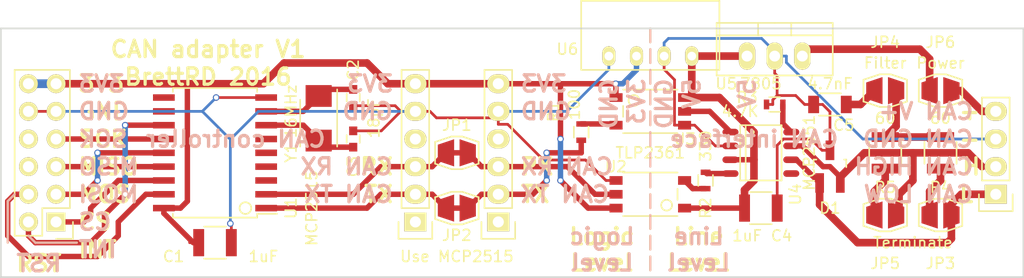
<source format=kicad_pcb>
(kicad_pcb (version 20171130) (host pcbnew "(5.1.12)-1")

  (general
    (thickness 1.6)
    (drawings 84)
    (tracks 251)
    (zones 0)
    (modules 28)
    (nets 43)
  )

  (page A4)
  (layers
    (0 F.Cu signal)
    (31 B.Cu signal)
    (32 B.Adhes user hide)
    (33 F.Adhes user hide)
    (34 B.Paste user hide)
    (35 F.Paste user hide)
    (36 B.SilkS user hide)
    (37 F.SilkS user hide)
    (38 B.Mask user hide)
    (39 F.Mask user hide)
    (40 Dwgs.User user hide)
    (41 Cmts.User user hide)
    (42 Eco1.User user hide)
    (43 Eco2.User user hide)
    (44 Edge.Cuts user)
    (45 Margin user hide)
    (46 B.CrtYd user hide)
    (47 F.CrtYd user hide)
    (48 B.Fab user hide)
    (49 F.Fab user hide)
  )

  (setup
    (last_trace_width 0.25)
    (user_trace_width 0.3)
    (user_trace_width 0.5)
    (user_trace_width 0.7)
    (user_trace_width 0.8)
    (user_trace_width 1)
    (user_trace_width 1.2)
    (trace_clearance 0.2)
    (zone_clearance 0.5)
    (zone_45_only no)
    (trace_min 0.2)
    (via_size 0.6)
    (via_drill 0.4)
    (via_min_size 0.4)
    (via_min_drill 0.3)
    (user_via 0.8 0.6)
    (user_via 1.2 1)
    (uvia_size 0.3)
    (uvia_drill 0.1)
    (uvias_allowed no)
    (uvia_min_size 0.2)
    (uvia_min_drill 0.1)
    (edge_width 0.15)
    (segment_width 0.2)
    (pcb_text_width 0.3)
    (pcb_text_size 1.5 1.5)
    (mod_edge_width 0.15)
    (mod_text_size 1 1)
    (mod_text_width 0.15)
    (pad_size 1.524 1.524)
    (pad_drill 0.762)
    (pad_to_mask_clearance 0.2)
    (aux_axis_origin 0 0)
    (visible_elements 7FFFFF7F)
    (pcbplotparams
      (layerselection 0x010f0_80000001)
      (usegerberextensions true)
      (usegerberattributes true)
      (usegerberadvancedattributes true)
      (creategerberjobfile true)
      (excludeedgelayer true)
      (linewidth 0.100000)
      (plotframeref false)
      (viasonmask false)
      (mode 1)
      (useauxorigin false)
      (hpglpennumber 1)
      (hpglpenspeed 20)
      (hpglpendiameter 15.000000)
      (psnegative false)
      (psa4output false)
      (plotreference true)
      (plotvalue true)
      (plotinvisibletext false)
      (padsonsilk false)
      (subtractmaskfromsilk true)
      (outputformat 1)
      (mirror false)
      (drillshape 0)
      (scaleselection 1)
      (outputdirectory "Gerber/"))
  )

  (net 0 "")
  (net 1 GND)
  (net 2 +3V3)
  (net 3 "Net-(C2-Pad2)")
  (net 4 "Net-(C3-Pad2)")
  (net 5 GNDREF)
  (net 6 +5V)
  (net 7 "Net-(C5-Pad2)")
  (net 8 /CAN_L)
  (net 9 /CAN_H)
  (net 10 /CS)
  (net 11 /~INT)
  (net 12 /MOSI)
  (net 13 /~RST)
  (net 14 /MISO)
  (net 15 /SCK)
  (net 16 +12V)
  (net 17 "Net-(R1-Pad1)")
  (net 18 "Net-(R2-Pad1)")
  (net 19 "Net-(R2-Pad2)")
  (net 20 "Net-(R3-Pad2)")
  (net 21 "Net-(JP4-Pad1)")
  (net 22 "Net-(JP3-Pad1)")
  (net 23 "Net-(JP5-Pad2)")
  (net 24 "Net-(U3-Pad5)")
  (net 25 "Net-(JP6-Pad2)")
  (net 26 /CAN_RX_C)
  (net 27 /CAN_RX_I)
  (net 28 /CAN_TX_C)
  (net 29 /CAN_TX_I)
  (net 30 "Net-(P1-Pad6)")
  (net 31 "Net-(P1-Pad8)")
  (net 32 "Net-(P2-Pad1)")
  (net 33 "Net-(P2-Pad4)")
  (net 34 "Net-(P4-Pad1)")
  (net 35 "Net-(P4-Pad4)")
  (net 36 "Net-(U1-Pad3)")
  (net 37 "Net-(U1-Pad4)")
  (net 38 "Net-(U1-Pad5)")
  (net 39 "Net-(U1-Pad6)")
  (net 40 "Net-(U1-Pad10)")
  (net 41 "Net-(U1-Pad11)")
  (net 42 "Net-(U4-Pad5)")

  (net_class Default "This is the default net class."
    (clearance 0.2)
    (trace_width 0.25)
    (via_dia 0.6)
    (via_drill 0.4)
    (uvia_dia 0.3)
    (uvia_drill 0.1)
    (add_net +12V)
    (add_net +3V3)
    (add_net +5V)
    (add_net /CAN_H)
    (add_net /CAN_L)
    (add_net /CAN_RX_C)
    (add_net /CAN_RX_I)
    (add_net /CAN_TX_C)
    (add_net /CAN_TX_I)
    (add_net /CS)
    (add_net /MISO)
    (add_net /MOSI)
    (add_net /SCK)
    (add_net /~INT)
    (add_net /~RST)
    (add_net GND)
    (add_net GNDREF)
    (add_net "Net-(C2-Pad2)")
    (add_net "Net-(C3-Pad2)")
    (add_net "Net-(C5-Pad2)")
    (add_net "Net-(JP3-Pad1)")
    (add_net "Net-(JP4-Pad1)")
    (add_net "Net-(JP5-Pad2)")
    (add_net "Net-(JP6-Pad2)")
    (add_net "Net-(P1-Pad6)")
    (add_net "Net-(P1-Pad8)")
    (add_net "Net-(P2-Pad1)")
    (add_net "Net-(P2-Pad4)")
    (add_net "Net-(P4-Pad1)")
    (add_net "Net-(P4-Pad4)")
    (add_net "Net-(R1-Pad1)")
    (add_net "Net-(R2-Pad1)")
    (add_net "Net-(R2-Pad2)")
    (add_net "Net-(R3-Pad2)")
    (add_net "Net-(U1-Pad10)")
    (add_net "Net-(U1-Pad11)")
    (add_net "Net-(U1-Pad3)")
    (add_net "Net-(U1-Pad4)")
    (add_net "Net-(U1-Pad5)")
    (add_net "Net-(U1-Pad6)")
    (add_net "Net-(U3-Pad5)")
    (add_net "Net-(U4-Pad5)")
  )

  (module LocalLib:JumperSingleClosed (layer F.Cu) (tedit 57625299) (tstamp 5762470C)
    (at 57.15 27.94)
    (path /56B1A7F0)
    (fp_text reference JP1 (at 0 -2.54) (layer F.SilkS)
      (effects (font (size 1 1) (thickness 0.15)))
    )
    (fp_text value "Use MCP2515" (at 0 -2.5) (layer F.Fab) hide
      (effects (font (size 1 1) (thickness 0.15)))
    )
    (fp_line (start -0.5 -1.5) (end 0.5 -1.5) (layer F.SilkS) (width 0.15))
    (fp_line (start 0.5 -1.5) (end 2 -1) (layer F.SilkS) (width 0.15))
    (fp_line (start 2 -1) (end 2 1) (layer F.SilkS) (width 0.15))
    (fp_line (start 2 1) (end 0.5 1.5) (layer F.SilkS) (width 0.15))
    (fp_line (start 0.5 1.5) (end -0.5 1.5) (layer F.SilkS) (width 0.15))
    (fp_line (start -0.5 1.5) (end -2 1) (layer F.SilkS) (width 0.15))
    (fp_line (start -2 1) (end -2 -1) (layer F.SilkS) (width 0.15))
    (fp_line (start -2 -1) (end -0.5 -1.5) (layer F.SilkS) (width 0.15))
    (pad 1 smd trapezoid (at -1 0) (size 1.5 2) (rect_delta -0.5 0 ) (layers F.Cu F.Paste F.Mask)
      (net 26 /CAN_RX_C))
    (pad 2 smd trapezoid (at 1 0) (size 1.5 2) (rect_delta 0.5 0 ) (layers F.Cu F.Paste F.Mask)
      (net 27 /CAN_RX_I))
    (pad 1 smd rect (at 0 0) (size 1 0.5) (layers F.Cu F.Paste F.Mask)
      (net 26 /CAN_RX_C))
  )

  (module LocalLib:SOIC-18_7.5x11.6mm_Pitch1.27mm (layer F.Cu) (tedit 57625AC6) (tstamp 576252A4)
    (at 34.925 27.94 180)
    (descr "18-Lead Plastic Small Outline (SO) - Wide, 7.50 mm Body [SOIC] (see Microchip Packaging Specification 00000049BS.pdf)")
    (tags "SOIC 1.27")
    (path /56AF4DB4)
    (attr smd)
    (fp_text reference U1 (at -6.985 -5.08 270) (layer F.SilkS)
      (effects (font (size 1 1) (thickness 0.15)))
    )
    (fp_text value MCP2515 (at -8.89 -5.08 90) (layer F.SilkS)
      (effects (font (size 1 1) (thickness 0.15)))
    )
    (fp_circle (center -2.794 -5.08) (end -2.413 -4.699) (layer F.SilkS) (width 0.15))
    (fp_line (start -5.95 -6.15) (end -5.95 6.15) (layer F.CrtYd) (width 0.05))
    (fp_line (start 5.95 -6.15) (end 5.95 6.15) (layer F.CrtYd) (width 0.05))
    (fp_line (start -5.95 -6.15) (end 5.95 -6.15) (layer F.CrtYd) (width 0.05))
    (fp_line (start -5.95 6.15) (end 5.95 6.15) (layer F.CrtYd) (width 0.05))
    (fp_line (start -3.875 -5.95) (end -3.875 -5.605) (layer F.SilkS) (width 0.15))
    (fp_line (start 3.875 -5.95) (end 3.875 -5.605) (layer F.SilkS) (width 0.15))
    (fp_line (start 3.875 5.95) (end 3.875 5.605) (layer F.SilkS) (width 0.15))
    (fp_line (start -3.875 5.95) (end -3.875 5.605) (layer F.SilkS) (width 0.15))
    (fp_line (start -3.875 -5.95) (end 3.875 -5.95) (layer F.SilkS) (width 0.15))
    (fp_line (start -3.875 5.95) (end 3.875 5.95) (layer F.SilkS) (width 0.15))
    (fp_line (start -3.875 -5.605) (end -5.7 -5.605) (layer F.SilkS) (width 0.15))
    (pad 1 smd rect (at -4.7 -5.08 180) (size 2 0.6) (layers F.Cu F.Paste F.Mask)
      (net 28 /CAN_TX_C))
    (pad 2 smd rect (at -4.7 -3.81 180) (size 2 0.6) (layers F.Cu F.Paste F.Mask)
      (net 26 /CAN_RX_C))
    (pad 3 smd rect (at -4.7 -2.54 180) (size 2 0.6) (layers F.Cu F.Paste F.Mask)
      (net 36 "Net-(U1-Pad3)"))
    (pad 4 smd rect (at -4.7 -1.27 180) (size 2 0.6) (layers F.Cu F.Paste F.Mask)
      (net 37 "Net-(U1-Pad4)"))
    (pad 5 smd rect (at -4.7 0 180) (size 2 0.6) (layers F.Cu F.Paste F.Mask)
      (net 38 "Net-(U1-Pad5)"))
    (pad 6 smd rect (at -4.7 1.27 180) (size 2 0.6) (layers F.Cu F.Paste F.Mask)
      (net 39 "Net-(U1-Pad6)"))
    (pad 7 smd rect (at -4.7 2.54 180) (size 2 0.6) (layers F.Cu F.Paste F.Mask)
      (net 4 "Net-(C3-Pad2)"))
    (pad 8 smd rect (at -4.7 3.81 180) (size 2 0.6) (layers F.Cu F.Paste F.Mask)
      (net 3 "Net-(C2-Pad2)"))
    (pad 9 smd rect (at -4.7 5.08 180) (size 2 0.6) (layers F.Cu F.Paste F.Mask)
      (net 1 GND))
    (pad 10 smd rect (at 4.7 5.08 180) (size 2 0.6) (layers F.Cu F.Paste F.Mask)
      (net 40 "Net-(U1-Pad10)"))
    (pad 11 smd rect (at 4.7 3.81 180) (size 2 0.6) (layers F.Cu F.Paste F.Mask)
      (net 41 "Net-(U1-Pad11)"))
    (pad 12 smd rect (at 4.7 2.54 180) (size 2 0.6) (layers F.Cu F.Paste F.Mask)
      (net 11 /~INT))
    (pad 13 smd rect (at 4.7 1.27 180) (size 2 0.6) (layers F.Cu F.Paste F.Mask)
      (net 15 /SCK))
    (pad 14 smd rect (at 4.7 0 180) (size 2 0.6) (layers F.Cu F.Paste F.Mask)
      (net 12 /MOSI))
    (pad 15 smd rect (at 4.7 -1.27 180) (size 2 0.6) (layers F.Cu F.Paste F.Mask)
      (net 14 /MISO))
    (pad 16 smd rect (at 4.7 -2.54 180) (size 2 0.6) (layers F.Cu F.Paste F.Mask)
      (net 10 /CS))
    (pad 17 smd rect (at 4.7 -3.81 180) (size 2 0.6) (layers F.Cu F.Paste F.Mask)
      (net 13 /~RST))
    (pad 18 smd rect (at 4.7 -5.08 180) (size 2 0.6) (layers F.Cu F.Paste F.Mask)
      (net 2 +3V3))
    (model Housings_SOIC.3dshapes/SOIC-18_7.5x11.6mm_Pitch1.27mm.wrl
      (at (xyz 0 0 0))
      (scale (xyz 1 1 1))
      (rotate (xyz 0 0 0))
    )
  )

  (module LocalLib:JumperSingleClosed (layer F.Cu) (tedit 57625294) (tstamp 5762471A)
    (at 57.15 33.02)
    (path /56B1A902)
    (fp_text reference JP2 (at 0 2.5) (layer F.SilkS)
      (effects (font (size 1 1) (thickness 0.15)))
    )
    (fp_text value "Use MCP2515" (at 0 4.445) (layer F.SilkS)
      (effects (font (size 1 1) (thickness 0.15)))
    )
    (fp_line (start -0.5 -1.5) (end 0.5 -1.5) (layer F.SilkS) (width 0.15))
    (fp_line (start 0.5 -1.5) (end 2 -1) (layer F.SilkS) (width 0.15))
    (fp_line (start 2 -1) (end 2 1) (layer F.SilkS) (width 0.15))
    (fp_line (start 2 1) (end 0.5 1.5) (layer F.SilkS) (width 0.15))
    (fp_line (start 0.5 1.5) (end -0.5 1.5) (layer F.SilkS) (width 0.15))
    (fp_line (start -0.5 1.5) (end -2 1) (layer F.SilkS) (width 0.15))
    (fp_line (start -2 1) (end -2 -1) (layer F.SilkS) (width 0.15))
    (fp_line (start -2 -1) (end -0.5 -1.5) (layer F.SilkS) (width 0.15))
    (pad 1 smd trapezoid (at -1 0) (size 1.5 2) (rect_delta -0.5 0 ) (layers F.Cu F.Paste F.Mask)
      (net 28 /CAN_TX_C))
    (pad 2 smd trapezoid (at 1 0) (size 1.5 2) (rect_delta 0.5 0 ) (layers F.Cu F.Paste F.Mask)
      (net 29 /CAN_TX_I))
    (pad 1 smd rect (at 0 0) (size 1 0.5) (layers F.Cu F.Paste F.Mask)
      (net 28 /CAN_TX_C))
  )

  (module LocalLib:Murata_SIL (layer F.Cu) (tedit 576252ED) (tstamp 574A8B9E)
    (at 74.93 19.05)
    (path /574A8BED)
    (fp_text reference U6 (at -7.62 -0.635) (layer F.SilkS)
      (effects (font (size 1 1) (thickness 0.15)))
    )
    (fp_text value NKE0305SC (at -10.795 -1.27) (layer F.Fab) hide
      (effects (font (size 1 1) (thickness 0.15)))
    )
    (fp_line (start -6.35 1.27) (end 6.35 1.27) (layer F.SilkS) (width 0.15))
    (fp_line (start 6.35 1.27) (end 6.35 -5.08) (layer F.SilkS) (width 0.15))
    (fp_line (start 6.35 -5.08) (end -6.35 -5.08) (layer F.SilkS) (width 0.15))
    (fp_line (start -6.35 -5.08) (end -6.35 1.27) (layer F.SilkS) (width 0.15))
    (pad 1 thru_hole oval (at -3.81 0) (size 1.2 1.8) (drill 0.8) (layers *.Cu *.Mask F.SilkS)
      (net 1 GND))
    (pad 2 thru_hole oval (at -1.27 0) (size 1.2 1.8) (drill 0.8) (layers *.Cu *.Mask F.SilkS)
      (net 2 +3V3))
    (pad 3 thru_hole oval (at 1.27 0) (size 1.2 1.8) (drill 0.8) (layers *.Cu *.Mask F.SilkS)
      (net 5 GNDREF))
    (pad 4 thru_hole oval (at 3.81 0) (size 1.2 1.8) (drill 0.8) (layers *.Cu *.Mask F.SilkS)
      (net 6 +5V))
  )

  (module Capacitors_SMD:C_1206 (layer F.Cu) (tedit 576254CA) (tstamp 57409EE5)
    (at 91.44 23.495)
    (descr "Capacitor SMD 1206, reflow soldering, AVX (see smccp.pdf)")
    (tags "capacitor 1206")
    (path /56AF5117)
    (attr smd)
    (fp_text reference C5 (at 1.27 1.905) (layer F.SilkS)
      (effects (font (size 1 1) (thickness 0.15)))
    )
    (fp_text value 4.7nF (at 0 -1.905) (layer F.SilkS)
      (effects (font (size 1 1) (thickness 0.15)))
    )
    (fp_line (start -2.3 -1.15) (end 2.3 -1.15) (layer F.CrtYd) (width 0.05))
    (fp_line (start -2.3 1.15) (end 2.3 1.15) (layer F.CrtYd) (width 0.05))
    (fp_line (start -2.3 -1.15) (end -2.3 1.15) (layer F.CrtYd) (width 0.05))
    (fp_line (start 2.3 -1.15) (end 2.3 1.15) (layer F.CrtYd) (width 0.05))
    (fp_line (start 1 -1.025) (end -1 -1.025) (layer F.SilkS) (width 0.15))
    (fp_line (start -1 1.025) (end 1 1.025) (layer F.SilkS) (width 0.15))
    (pad 1 smd rect (at -1.5 0) (size 1 1.6) (layers F.Cu F.Paste F.Mask)
      (net 5 GNDREF))
    (pad 2 smd rect (at 1.5 0) (size 1 1.6) (layers F.Cu F.Paste F.Mask)
      (net 7 "Net-(C5-Pad2)"))
    (model Capacitors_SMD.3dshapes/C_1206.wrl
      (at (xyz 0 0 0))
      (scale (xyz 1 1 1))
      (rotate (xyz 0 0 0))
    )
  )

  (module Pin_Headers:Pin_Header_Straight_1x06 (layer F.Cu) (tedit 5762520A) (tstamp 574094F5)
    (at 53.34 34.29 180)
    (descr "Through hole pin header")
    (tags "pin header")
    (path /57409659)
    (fp_text reference P4 (at 0 -5.1 180) (layer F.SilkS) hide
      (effects (font (size 1 1) (thickness 0.15)))
    )
    (fp_text value CONN_01X06 (at 0 -3.1 180) (layer F.Fab) hide
      (effects (font (size 1 1) (thickness 0.15)))
    )
    (fp_line (start -1.75 -1.75) (end -1.75 14.45) (layer F.CrtYd) (width 0.05))
    (fp_line (start 1.75 -1.75) (end 1.75 14.45) (layer F.CrtYd) (width 0.05))
    (fp_line (start -1.75 -1.75) (end 1.75 -1.75) (layer F.CrtYd) (width 0.05))
    (fp_line (start -1.75 14.45) (end 1.75 14.45) (layer F.CrtYd) (width 0.05))
    (fp_line (start 1.27 1.27) (end 1.27 13.97) (layer F.SilkS) (width 0.15))
    (fp_line (start 1.27 13.97) (end -1.27 13.97) (layer F.SilkS) (width 0.15))
    (fp_line (start -1.27 13.97) (end -1.27 1.27) (layer F.SilkS) (width 0.15))
    (fp_line (start 1.55 -1.55) (end 1.55 0) (layer F.SilkS) (width 0.15))
    (fp_line (start 1.27 1.27) (end -1.27 1.27) (layer F.SilkS) (width 0.15))
    (fp_line (start -1.55 0) (end -1.55 -1.55) (layer F.SilkS) (width 0.15))
    (fp_line (start -1.55 -1.55) (end 1.55 -1.55) (layer F.SilkS) (width 0.15))
    (pad 1 thru_hole rect (at 0 0 180) (size 2.032 1.7272) (drill 1.016) (layers *.Cu *.Mask F.SilkS)
      (net 34 "Net-(P4-Pad1)"))
    (pad 2 thru_hole oval (at 0 2.54 180) (size 2.032 1.7272) (drill 1.016) (layers *.Cu *.Mask F.SilkS)
      (net 28 /CAN_TX_C))
    (pad 3 thru_hole oval (at 0 5.08 180) (size 2.032 1.7272) (drill 1.016) (layers *.Cu *.Mask F.SilkS)
      (net 26 /CAN_RX_C))
    (pad 4 thru_hole oval (at 0 7.62 180) (size 2.032 1.7272) (drill 1.016) (layers *.Cu *.Mask F.SilkS)
      (net 35 "Net-(P4-Pad4)"))
    (pad 5 thru_hole oval (at 0 10.16 180) (size 2.032 1.7272) (drill 1.016) (layers *.Cu *.Mask F.SilkS)
      (net 1 GND))
    (pad 6 thru_hole oval (at 0 12.7 180) (size 2.032 1.7272) (drill 1.016) (layers *.Cu *.Mask F.SilkS)
      (net 2 +3V3))
    (model Pin_Headers.3dshapes/Pin_Header_Straight_1x06.wrl
      (offset (xyz 0 -6.349999904632568 0))
      (scale (xyz 1 1 1))
      (rotate (xyz 0 0 90))
    )
  )

  (module Capacitors_SMD:C_0603 (layer F.Cu) (tedit 57625177) (tstamp 574092D7)
    (at 47.625 26.67 270)
    (descr "Capacitor SMD 0603, reflow soldering, AVX (see smccp.pdf)")
    (tags "capacitor 0603")
    (path /56B1C20B)
    (attr smd)
    (fp_text reference C3 (at 2.54 0 270) (layer F.SilkS)
      (effects (font (size 1 1) (thickness 0.15)))
    )
    (fp_text value 18pF (at 0 -1.905 270) (layer F.SilkS) hide
      (effects (font (size 1 1) (thickness 0.15)))
    )
    (fp_line (start -1.45 -0.75) (end 1.45 -0.75) (layer F.CrtYd) (width 0.05))
    (fp_line (start -1.45 0.75) (end 1.45 0.75) (layer F.CrtYd) (width 0.05))
    (fp_line (start -1.45 -0.75) (end -1.45 0.75) (layer F.CrtYd) (width 0.05))
    (fp_line (start 1.45 -0.75) (end 1.45 0.75) (layer F.CrtYd) (width 0.05))
    (fp_line (start -0.35 -0.6) (end 0.35 -0.6) (layer F.SilkS) (width 0.15))
    (fp_line (start 0.35 0.6) (end -0.35 0.6) (layer F.SilkS) (width 0.15))
    (pad 1 smd rect (at -0.75 0 270) (size 0.8 0.75) (layers F.Cu F.Paste F.Mask)
      (net 1 GND))
    (pad 2 smd rect (at 0.75 0 270) (size 0.8 0.75) (layers F.Cu F.Paste F.Mask)
      (net 4 "Net-(C3-Pad2)"))
    (model Capacitors_SMD.3dshapes/C_0603.wrl
      (at (xyz 0 0 0))
      (scale (xyz 1 1 1))
      (rotate (xyz 0 0 0))
    )
  )

  (module Capacitors_SMD:C_0603 (layer F.Cu) (tedit 5762518B) (tstamp 574092D2)
    (at 47.625 22.86 90)
    (descr "Capacitor SMD 0603, reflow soldering, AVX (see smccp.pdf)")
    (tags "capacitor 0603")
    (path /56B1C132)
    (attr smd)
    (fp_text reference C2 (at 2.54 0 90) (layer F.SilkS)
      (effects (font (size 1 1) (thickness 0.15)))
    )
    (fp_text value 18pF (at -1.905 1.905 90) (layer F.SilkS)
      (effects (font (size 1 1) (thickness 0.15)))
    )
    (fp_line (start -1.45 -0.75) (end 1.45 -0.75) (layer F.CrtYd) (width 0.05))
    (fp_line (start -1.45 0.75) (end 1.45 0.75) (layer F.CrtYd) (width 0.05))
    (fp_line (start -1.45 -0.75) (end -1.45 0.75) (layer F.CrtYd) (width 0.05))
    (fp_line (start 1.45 -0.75) (end 1.45 0.75) (layer F.CrtYd) (width 0.05))
    (fp_line (start -0.35 -0.6) (end 0.35 -0.6) (layer F.SilkS) (width 0.15))
    (fp_line (start 0.35 0.6) (end -0.35 0.6) (layer F.SilkS) (width 0.15))
    (pad 1 smd rect (at -0.75 0 90) (size 0.8 0.75) (layers F.Cu F.Paste F.Mask)
      (net 1 GND))
    (pad 2 smd rect (at 0.75 0 90) (size 0.8 0.75) (layers F.Cu F.Paste F.Mask)
      (net 3 "Net-(C2-Pad2)"))
    (model Capacitors_SMD.3dshapes/C_0603.wrl
      (at (xyz 0 0 0))
      (scale (xyz 1 1 1))
      (rotate (xyz 0 0 0))
    )
  )

  (module Capacitors_SMD:C_1210 (layer F.Cu) (tedit 576253F7) (tstamp 5740929F)
    (at 85.09 33.02 180)
    (descr "Capacitor SMD 1210, reflow soldering, AVX (see smccp.pdf)")
    (tags "capacitor 1210")
    (path /56B1D6F6)
    (attr smd)
    (fp_text reference C4 (at -1.905 -2.54 180) (layer F.SilkS)
      (effects (font (size 1 1) (thickness 0.15)))
    )
    (fp_text value 1uF (at 1.27 -2.54 180) (layer F.SilkS)
      (effects (font (size 1 1) (thickness 0.15)))
    )
    (fp_line (start -2.3 -1.6) (end 2.3 -1.6) (layer F.CrtYd) (width 0.05))
    (fp_line (start -2.3 1.6) (end 2.3 1.6) (layer F.CrtYd) (width 0.05))
    (fp_line (start -2.3 -1.6) (end -2.3 1.6) (layer F.CrtYd) (width 0.05))
    (fp_line (start 2.3 -1.6) (end 2.3 1.6) (layer F.CrtYd) (width 0.05))
    (fp_line (start 1 -1.475) (end -1 -1.475) (layer F.SilkS) (width 0.15))
    (fp_line (start -1 1.475) (end 1 1.475) (layer F.SilkS) (width 0.15))
    (pad 1 smd rect (at -1.5 0 180) (size 1 2.5) (layers F.Cu F.Paste F.Mask)
      (net 5 GNDREF))
    (pad 2 smd rect (at 1.5 0 180) (size 1 2.5) (layers F.Cu F.Paste F.Mask)
      (net 6 +5V))
    (model Capacitors_SMD.3dshapes/C_1210.wrl
      (at (xyz 0 0 0))
      (scale (xyz 1 1 1))
      (rotate (xyz 0 0 0))
    )
  )

  (module Capacitors_SMD:C_1210 (layer F.Cu) (tedit 57625280) (tstamp 5740929A)
    (at 34.925 36.195 180)
    (descr "Capacitor SMD 1210, reflow soldering, AVX (see smccp.pdf)")
    (tags "capacitor 1210")
    (path /56B1CA8D)
    (attr smd)
    (fp_text reference C1 (at 3.81 -1.27 180) (layer F.SilkS)
      (effects (font (size 1 1) (thickness 0.15)))
    )
    (fp_text value 1uF (at -4.445 -1.27 180) (layer F.SilkS)
      (effects (font (size 1 1) (thickness 0.15)))
    )
    (fp_line (start -2.3 -1.6) (end 2.3 -1.6) (layer F.CrtYd) (width 0.05))
    (fp_line (start -2.3 1.6) (end 2.3 1.6) (layer F.CrtYd) (width 0.05))
    (fp_line (start -2.3 -1.6) (end -2.3 1.6) (layer F.CrtYd) (width 0.05))
    (fp_line (start 2.3 -1.6) (end 2.3 1.6) (layer F.CrtYd) (width 0.05))
    (fp_line (start 1 -1.475) (end -1 -1.475) (layer F.SilkS) (width 0.15))
    (fp_line (start -1 1.475) (end 1 1.475) (layer F.SilkS) (width 0.15))
    (pad 1 smd rect (at -1.5 0 180) (size 1 2.5) (layers F.Cu F.Paste F.Mask)
      (net 1 GND))
    (pad 2 smd rect (at 1.5 0 180) (size 1 2.5) (layers F.Cu F.Paste F.Mask)
      (net 2 +3V3))
    (model Capacitors_SMD.3dshapes/C_1210.wrl
      (at (xyz 0 0 0))
      (scale (xyz 1 1 1))
      (rotate (xyz 0 0 0))
    )
  )

  (module Crystals:Crystal_SMD_5032_2Pads (layer F.Cu) (tedit 57625C7B) (tstamp 57408EEC)
    (at 44.45 24.765 270)
    (descr "Ceramic SMD crystal, 5.0x3.2mm, 2 Pads")
    (tags "crystal oscillator quartz SMD SMT 5032")
    (path /56B1BF55)
    (attr smd)
    (fp_text reference Y1 (at 3.175 2.54 270) (layer F.SilkS)
      (effects (font (size 1 1) (thickness 0.15)))
    )
    (fp_text value 16MHz (at -0.635 2.54 270) (layer F.SilkS)
      (effects (font (size 1 1) (thickness 0.15)))
    )
    (fp_line (start 3.6 2.2) (end 3.6 -2.2) (layer F.CrtYd) (width 0.05))
    (fp_line (start -3.6 2.2) (end 3.6 2.2) (layer F.CrtYd) (width 0.05))
    (fp_line (start -3.6 -2.2) (end -3.6 2.2) (layer F.CrtYd) (width 0.05))
    (fp_line (start 3.6 -2.2) (end -3.6 -2.2) (layer F.CrtYd) (width 0.05))
    (fp_line (start 2.6 1.7) (end -1.7 1.7) (layer F.SilkS) (width 0.15))
    (fp_line (start -2.65 -1.7) (end 2.6 -1.7) (layer F.SilkS) (width 0.15))
    (pad 1 smd rect (at -2.05 0 270) (size 2 2.4) (layers F.Cu F.Paste F.Mask)
      (net 3 "Net-(C2-Pad2)"))
    (pad 2 smd rect (at 2.05 0 270) (size 2 2.4) (layers F.Cu F.Paste F.Mask)
      (net 4 "Net-(C3-Pad2)"))
    (model Crystals.3dshapes/Crystal_SMD_5032_2Pads.wrl
      (at (xyz 0 0 0))
      (scale (xyz 0.3937 0.3937 0.3937))
      (rotate (xyz 0 0 0))
    )
  )

  (module TO_SOT_Packages_THT:TO-220_Neutral123_Vertical (layer F.Cu) (tedit 576258AE) (tstamp 57408EE6)
    (at 86.36 19.05)
    (descr "TO-220, Neutral, Vertical,")
    (tags "TO-220, Neutral, Vertical,")
    (path /56EF9EFC)
    (fp_text reference U5 (at -4.445 2.54) (layer F.SilkS)
      (effects (font (size 1 1) (thickness 0.15)))
    )
    (fp_text value 7805 (at -1.27 2.54) (layer F.SilkS)
      (effects (font (size 1 1) (thickness 0.15)))
    )
    (fp_line (start -1.524 -3.048) (end -1.524 -1.905) (layer F.SilkS) (width 0.15))
    (fp_line (start 1.524 -3.048) (end 1.524 -1.905) (layer F.SilkS) (width 0.15))
    (fp_line (start 5.334 -1.905) (end 5.334 1.778) (layer F.SilkS) (width 0.15))
    (fp_line (start 5.334 1.778) (end -5.334 1.778) (layer F.SilkS) (width 0.15))
    (fp_line (start -5.334 1.778) (end -5.334 -1.905) (layer F.SilkS) (width 0.15))
    (fp_line (start 5.334 -3.048) (end 5.334 -1.905) (layer F.SilkS) (width 0.15))
    (fp_line (start 5.334 -1.905) (end -5.334 -1.905) (layer F.SilkS) (width 0.15))
    (fp_line (start -5.334 -1.905) (end -5.334 -3.048) (layer F.SilkS) (width 0.15))
    (fp_line (start 0 -3.048) (end -5.334 -3.048) (layer F.SilkS) (width 0.15))
    (fp_line (start 0 -3.048) (end 5.334 -3.048) (layer F.SilkS) (width 0.15))
    (pad 2 thru_hole oval (at 0 0 90) (size 2.49936 1.50114) (drill 1.00076) (layers *.Cu *.Mask F.SilkS)
      (net 5 GNDREF))
    (pad 1 thru_hole oval (at -2.54 0 90) (size 2.49936 1.50114) (drill 1.00076) (layers *.Cu *.Mask F.SilkS)
      (net 6 +5V))
    (pad 3 thru_hole oval (at 2.54 0 90) (size 2.49936 1.50114) (drill 1.00076) (layers *.Cu *.Mask F.SilkS)
      (net 25 "Net-(JP6-Pad2)"))
    (model TO_SOT_Packages_THT.3dshapes/TO-220_Neutral123_Vertical.wrl
      (at (xyz 0 0 0))
      (scale (xyz 0.3937 0.3937 0.3937))
      (rotate (xyz 0 0 0))
    )
  )

  (module Resistors_SMD:R_1210 (layer F.Cu) (tedit 57625533) (tstamp 56EF8662)
    (at 96.52 27.94 270)
    (descr "Resistor SMD 1210, reflow soldering, Vishay (see dcrcw.pdf)")
    (tags "resistor 1210")
    (path /56AF53DB)
    (attr smd)
    (fp_text reference R5 (at 3.175 0) (layer F.SilkS)
      (effects (font (size 1 1) (thickness 0.15)))
    )
    (fp_text value 60 (at -3.175 0) (layer F.SilkS)
      (effects (font (size 1 1) (thickness 0.15)))
    )
    (fp_line (start -2.2 -1.6) (end 2.2 -1.6) (layer F.CrtYd) (width 0.05))
    (fp_line (start -2.2 1.6) (end 2.2 1.6) (layer F.CrtYd) (width 0.05))
    (fp_line (start -2.2 -1.6) (end -2.2 1.6) (layer F.CrtYd) (width 0.05))
    (fp_line (start 2.2 -1.6) (end 2.2 1.6) (layer F.CrtYd) (width 0.05))
    (fp_line (start 1 1.475) (end -1 1.475) (layer F.SilkS) (width 0.15))
    (fp_line (start -1 -1.475) (end 1 -1.475) (layer F.SilkS) (width 0.15))
    (pad 1 smd rect (at -1.45 0 270) (size 0.9 2.5) (layers F.Cu F.Paste F.Mask)
      (net 21 "Net-(JP4-Pad1)"))
    (pad 2 smd rect (at 1.45 0 270) (size 0.9 2.5) (layers F.Cu F.Paste F.Mask)
      (net 23 "Net-(JP5-Pad2)"))
    (model Resistors_SMD.3dshapes/R_1210.wrl
      (at (xyz 0 0 0))
      (scale (xyz 1 1 1))
      (rotate (xyz 0 0 0))
    )
  )

  (module Resistors_SMD:R_1210 (layer F.Cu) (tedit 57625540) (tstamp 56EF865D)
    (at 101.6 27.94 270)
    (descr "Resistor SMD 1210, reflow soldering, Vishay (see dcrcw.pdf)")
    (tags "resistor 1210")
    (path /56AF5371)
    (attr smd)
    (fp_text reference R4 (at 3.175 0 180) (layer F.SilkS)
      (effects (font (size 1 1) (thickness 0.15)))
    )
    (fp_text value 60 (at -3.175 0) (layer F.SilkS)
      (effects (font (size 1 1) (thickness 0.15)))
    )
    (fp_line (start -2.2 -1.6) (end 2.2 -1.6) (layer F.CrtYd) (width 0.05))
    (fp_line (start -2.2 1.6) (end 2.2 1.6) (layer F.CrtYd) (width 0.05))
    (fp_line (start -2.2 -1.6) (end -2.2 1.6) (layer F.CrtYd) (width 0.05))
    (fp_line (start 2.2 -1.6) (end 2.2 1.6) (layer F.CrtYd) (width 0.05))
    (fp_line (start 1 1.475) (end -1 1.475) (layer F.SilkS) (width 0.15))
    (fp_line (start -1 -1.475) (end 1 -1.475) (layer F.SilkS) (width 0.15))
    (pad 1 smd rect (at -1.45 0 270) (size 0.9 2.5) (layers F.Cu F.Paste F.Mask)
      (net 21 "Net-(JP4-Pad1)"))
    (pad 2 smd rect (at 1.45 0 270) (size 0.9 2.5) (layers F.Cu F.Paste F.Mask)
      (net 22 "Net-(JP3-Pad1)"))
    (model Resistors_SMD.3dshapes/R_1210.wrl
      (at (xyz 0 0 0))
      (scale (xyz 1 1 1))
      (rotate (xyz 0 0 0))
    )
  )

  (module Resistors_SMD:R_0603 (layer F.Cu) (tedit 576253D2) (tstamp 56EF8658)
    (at 86.36 23.495)
    (descr "Resistor SMD 0603, reflow soldering, Vishay (see dcrcw.pdf)")
    (tags "resistor 0603")
    (path /56AF4F29)
    (attr smd)
    (fp_text reference R3 (at -2.54 -0.635) (layer F.SilkS)
      (effects (font (size 1 1) (thickness 0.15)))
    )
    (fp_text value 4.7K (at -3.175 0.635) (layer F.SilkS)
      (effects (font (size 1 1) (thickness 0.15)))
    )
    (fp_line (start -1.3 -0.8) (end 1.3 -0.8) (layer F.CrtYd) (width 0.05))
    (fp_line (start -1.3 0.8) (end 1.3 0.8) (layer F.CrtYd) (width 0.05))
    (fp_line (start -1.3 -0.8) (end -1.3 0.8) (layer F.CrtYd) (width 0.05))
    (fp_line (start 1.3 -0.8) (end 1.3 0.8) (layer F.CrtYd) (width 0.05))
    (fp_line (start 0.5 0.675) (end -0.5 0.675) (layer F.SilkS) (width 0.15))
    (fp_line (start -0.5 -0.675) (end 0.5 -0.675) (layer F.SilkS) (width 0.15))
    (pad 1 smd rect (at -0.75 0) (size 0.5 0.9) (layers F.Cu F.Paste F.Mask)
      (net 5 GNDREF))
    (pad 2 smd rect (at 0.75 0) (size 0.5 0.9) (layers F.Cu F.Paste F.Mask)
      (net 20 "Net-(R3-Pad2)"))
    (model Resistors_SMD.3dshapes/R_0603.wrl
      (at (xyz 0 0 0))
      (scale (xyz 1 1 1))
      (rotate (xyz 0 0 0))
    )
  )

  (module Resistors_SMD:R_0603 (layer F.Cu) (tedit 57625388) (tstamp 56EF8653)
    (at 80.01 30.48 270)
    (descr "Resistor SMD 0603, reflow soldering, Vishay (see dcrcw.pdf)")
    (tags "resistor 0603")
    (path /56B18172)
    (attr smd)
    (fp_text reference R2 (at 2.54 0 270) (layer F.SilkS)
      (effects (font (size 1 1) (thickness 0.15)))
    )
    (fp_text value 330 (at -3.175 0 270) (layer F.SilkS)
      (effects (font (size 1 1) (thickness 0.15)))
    )
    (fp_line (start -1.3 -0.8) (end 1.3 -0.8) (layer F.CrtYd) (width 0.05))
    (fp_line (start -1.3 0.8) (end 1.3 0.8) (layer F.CrtYd) (width 0.05))
    (fp_line (start -1.3 -0.8) (end -1.3 0.8) (layer F.CrtYd) (width 0.05))
    (fp_line (start 1.3 -0.8) (end 1.3 0.8) (layer F.CrtYd) (width 0.05))
    (fp_line (start 0.5 0.675) (end -0.5 0.675) (layer F.SilkS) (width 0.15))
    (fp_line (start -0.5 -0.675) (end 0.5 -0.675) (layer F.SilkS) (width 0.15))
    (pad 1 smd rect (at -0.75 0 270) (size 0.5 0.9) (layers F.Cu F.Paste F.Mask)
      (net 18 "Net-(R2-Pad1)"))
    (pad 2 smd rect (at 0.75 0 270) (size 0.5 0.9) (layers F.Cu F.Paste F.Mask)
      (net 19 "Net-(R2-Pad2)"))
    (model Resistors_SMD.3dshapes/R_0603.wrl
      (at (xyz 0 0 0))
      (scale (xyz 1 1 1))
      (rotate (xyz 0 0 0))
    )
  )

  (module Resistors_SMD:R_0603 (layer F.Cu) (tedit 5762540A) (tstamp 56EF864E)
    (at 68.58 26.035 270)
    (descr "Resistor SMD 0603, reflow soldering, Vishay (see dcrcw.pdf)")
    (tags "resistor 0603")
    (path /56B18100)
    (attr smd)
    (fp_text reference R1 (at -1.905 2.54 270) (layer F.SilkS)
      (effects (font (size 1 1) (thickness 0.15)))
    )
    (fp_text value 100 (at -2.54 0.635 270) (layer F.SilkS)
      (effects (font (size 1 1) (thickness 0.15)))
    )
    (fp_line (start -1.3 -0.8) (end 1.3 -0.8) (layer F.CrtYd) (width 0.05))
    (fp_line (start -1.3 0.8) (end 1.3 0.8) (layer F.CrtYd) (width 0.05))
    (fp_line (start -1.3 -0.8) (end -1.3 0.8) (layer F.CrtYd) (width 0.05))
    (fp_line (start 1.3 -0.8) (end 1.3 0.8) (layer F.CrtYd) (width 0.05))
    (fp_line (start 0.5 0.675) (end -0.5 0.675) (layer F.SilkS) (width 0.15))
    (fp_line (start -0.5 -0.675) (end 0.5 -0.675) (layer F.SilkS) (width 0.15))
    (pad 1 smd rect (at -0.75 0 270) (size 0.5 0.9) (layers F.Cu F.Paste F.Mask)
      (net 17 "Net-(R1-Pad1)"))
    (pad 2 smd rect (at 0.75 0 270) (size 0.5 0.9) (layers F.Cu F.Paste F.Mask)
      (net 29 /CAN_TX_I))
    (model Resistors_SMD.3dshapes/R_0603.wrl
      (at (xyz 0 0 0))
      (scale (xyz 1 1 1))
      (rotate (xyz 0 0 0))
    )
  )

  (module LocalLib:soic-5 (layer F.Cu) (tedit 5762535B) (tstamp 56EF7D3B)
    (at 74.93 24.13 270)
    (path /56D69433)
    (fp_text reference U3 (at 2.54 -3.175) (layer F.SilkS)
      (effects (font (size 1 1) (thickness 0.15)))
    )
    (fp_text value TLP2361 (at 0 -6.35 270) (layer F.Fab) hide
      (effects (font (size 1 1) (thickness 0.15)))
    )
    (fp_circle (center -1 1.5) (end -1 2) (layer F.SilkS) (width 0.15))
    (fp_line (start -0.5 2.5) (end 0.5 2.5) (layer F.SilkS) (width 0.15))
    (fp_line (start 2 -2.5) (end 2 2.5) (layer F.SilkS) (width 0.15))
    (fp_line (start -2 -2.5) (end -2 2.5) (layer F.SilkS) (width 0.15))
    (pad 1 smd rect (at -1.27 3.15 270) (size 0.8 1.2) (layers F.Cu F.Paste F.Mask)
      (net 2 +3V3))
    (pad 3 smd rect (at 1.27 3.15 270) (size 0.8 1.2) (layers F.Cu F.Paste F.Mask)
      (net 17 "Net-(R1-Pad1)"))
    (pad 4 smd rect (at 1.27 -3.15 270) (size 0.8 1.2) (layers F.Cu F.Paste F.Mask)
      (net 5 GNDREF))
    (pad 5 smd rect (at 0 -3.15 270) (size 0.8 1.2) (layers F.Cu F.Paste F.Mask)
      (net 24 "Net-(U3-Pad5)"))
    (pad 6 smd rect (at -1.27 -3.15 270) (size 0.8 1.2) (layers F.Cu F.Paste F.Mask)
      (net 6 +5V))
  )

  (module LocalLib:soic-5 (layer F.Cu) (tedit 57625363) (tstamp 56EF7D32)
    (at 74.93 31.75 90)
    (path /56D694C5)
    (fp_text reference U2 (at 2.54 -3.175 180) (layer F.SilkS)
      (effects (font (size 1 1) (thickness 0.15)))
    )
    (fp_text value TLP2361 (at 3.81 0 180) (layer F.SilkS)
      (effects (font (size 1 1) (thickness 0.15)))
    )
    (fp_circle (center -1 1.5) (end -1 2) (layer F.SilkS) (width 0.15))
    (fp_line (start -0.5 2.5) (end 0.5 2.5) (layer F.SilkS) (width 0.15))
    (fp_line (start 2 -2.5) (end 2 2.5) (layer F.SilkS) (width 0.15))
    (fp_line (start -2 -2.5) (end -2 2.5) (layer F.SilkS) (width 0.15))
    (pad 1 smd rect (at -1.27 3.15 90) (size 0.8 1.2) (layers F.Cu F.Paste F.Mask)
      (net 6 +5V))
    (pad 3 smd rect (at 1.27 3.15 90) (size 0.8 1.2) (layers F.Cu F.Paste F.Mask)
      (net 19 "Net-(R2-Pad2)"))
    (pad 4 smd rect (at 1.27 -3.15 90) (size 0.8 1.2) (layers F.Cu F.Paste F.Mask)
      (net 1 GND))
    (pad 5 smd rect (at 0 -3.15 90) (size 0.8 1.2) (layers F.Cu F.Paste F.Mask)
      (net 27 /CAN_RX_I))
    (pad 6 smd rect (at -1.27 -3.15 90) (size 0.8 1.2) (layers F.Cu F.Paste F.Mask)
      (net 2 +3V3))
  )

  (module Pin_Headers:Pin_Header_Straight_1x04 (layer F.Cu) (tedit 576254D7) (tstamp 56D6FC87)
    (at 106.68 31.75 180)
    (descr "Through hole pin header")
    (tags "pin header")
    (path /56AF716A)
    (fp_text reference P3 (at 0 -5.1 180) (layer F.SilkS) hide
      (effects (font (size 1 1) (thickness 0.15)))
    )
    (fp_text value CONN_01X04 (at 0 -3.1 180) (layer F.Fab) hide
      (effects (font (size 1 1) (thickness 0.15)))
    )
    (fp_line (start -1.75 -1.75) (end -1.75 9.4) (layer F.CrtYd) (width 0.05))
    (fp_line (start 1.75 -1.75) (end 1.75 9.4) (layer F.CrtYd) (width 0.05))
    (fp_line (start -1.75 -1.75) (end 1.75 -1.75) (layer F.CrtYd) (width 0.05))
    (fp_line (start -1.75 9.4) (end 1.75 9.4) (layer F.CrtYd) (width 0.05))
    (fp_line (start -1.27 1.27) (end -1.27 8.89) (layer F.SilkS) (width 0.15))
    (fp_line (start 1.27 1.27) (end 1.27 8.89) (layer F.SilkS) (width 0.15))
    (fp_line (start 1.55 -1.55) (end 1.55 0) (layer F.SilkS) (width 0.15))
    (fp_line (start -1.27 8.89) (end 1.27 8.89) (layer F.SilkS) (width 0.15))
    (fp_line (start 1.27 1.27) (end -1.27 1.27) (layer F.SilkS) (width 0.15))
    (fp_line (start -1.55 0) (end -1.55 -1.55) (layer F.SilkS) (width 0.15))
    (fp_line (start -1.55 -1.55) (end 1.55 -1.55) (layer F.SilkS) (width 0.15))
    (pad 1 thru_hole rect (at 0 0 180) (size 2.032 1.7272) (drill 1.016) (layers *.Cu *.Mask F.SilkS)
      (net 8 /CAN_L))
    (pad 2 thru_hole oval (at 0 2.54 180) (size 2.032 1.7272) (drill 1.016) (layers *.Cu *.Mask F.SilkS)
      (net 9 /CAN_H))
    (pad 3 thru_hole oval (at 0 5.08 180) (size 2.032 1.7272) (drill 1.016) (layers *.Cu *.Mask F.SilkS)
      (net 5 GNDREF))
    (pad 4 thru_hole oval (at 0 7.62 180) (size 2.032 1.7272) (drill 1.016) (layers *.Cu *.Mask F.SilkS)
      (net 16 +12V))
    (model Pin_Headers.3dshapes/Pin_Header_Straight_1x04.wrl
      (offset (xyz 0 -3.809999942779541 0))
      (scale (xyz 1 1 1))
      (rotate (xyz 0 0 90))
    )
  )

  (module Pin_Headers:Pin_Header_Straight_1x06 (layer F.Cu) (tedit 5762520D) (tstamp 56D6FC7F)
    (at 60.96 34.29 180)
    (descr "Through hole pin header")
    (tags "pin header")
    (path /56D69FC4)
    (fp_text reference P2 (at 0 -5.1 180) (layer F.SilkS) hide
      (effects (font (size 1 1) (thickness 0.15)))
    )
    (fp_text value CONN_01X06 (at 0 -3.1 180) (layer F.Fab) hide
      (effects (font (size 1 1) (thickness 0.15)))
    )
    (fp_line (start -1.75 -1.75) (end -1.75 14.45) (layer F.CrtYd) (width 0.05))
    (fp_line (start 1.75 -1.75) (end 1.75 14.45) (layer F.CrtYd) (width 0.05))
    (fp_line (start -1.75 -1.75) (end 1.75 -1.75) (layer F.CrtYd) (width 0.05))
    (fp_line (start -1.75 14.45) (end 1.75 14.45) (layer F.CrtYd) (width 0.05))
    (fp_line (start 1.27 1.27) (end 1.27 13.97) (layer F.SilkS) (width 0.15))
    (fp_line (start 1.27 13.97) (end -1.27 13.97) (layer F.SilkS) (width 0.15))
    (fp_line (start -1.27 13.97) (end -1.27 1.27) (layer F.SilkS) (width 0.15))
    (fp_line (start 1.55 -1.55) (end 1.55 0) (layer F.SilkS) (width 0.15))
    (fp_line (start 1.27 1.27) (end -1.27 1.27) (layer F.SilkS) (width 0.15))
    (fp_line (start -1.55 0) (end -1.55 -1.55) (layer F.SilkS) (width 0.15))
    (fp_line (start -1.55 -1.55) (end 1.55 -1.55) (layer F.SilkS) (width 0.15))
    (pad 1 thru_hole rect (at 0 0 180) (size 2.032 1.7272) (drill 1.016) (layers *.Cu *.Mask F.SilkS)
      (net 32 "Net-(P2-Pad1)"))
    (pad 2 thru_hole oval (at 0 2.54 180) (size 2.032 1.7272) (drill 1.016) (layers *.Cu *.Mask F.SilkS)
      (net 29 /CAN_TX_I))
    (pad 3 thru_hole oval (at 0 5.08 180) (size 2.032 1.7272) (drill 1.016) (layers *.Cu *.Mask F.SilkS)
      (net 27 /CAN_RX_I))
    (pad 4 thru_hole oval (at 0 7.62 180) (size 2.032 1.7272) (drill 1.016) (layers *.Cu *.Mask F.SilkS)
      (net 33 "Net-(P2-Pad4)"))
    (pad 5 thru_hole oval (at 0 10.16 180) (size 2.032 1.7272) (drill 1.016) (layers *.Cu *.Mask F.SilkS)
      (net 1 GND))
    (pad 6 thru_hole oval (at 0 12.7 180) (size 2.032 1.7272) (drill 1.016) (layers *.Cu *.Mask F.SilkS)
      (net 2 +3V3))
    (model Pin_Headers.3dshapes/Pin_Header_Straight_1x06.wrl
      (offset (xyz 0 -6.349999904632568 0))
      (scale (xyz 1 1 1))
      (rotate (xyz 0 0 90))
    )
  )

  (module Pin_Headers:Pin_Header_Straight_2x06 (layer F.Cu) (tedit 576251EA) (tstamp 56D6FC75)
    (at 20.32 34.29 180)
    (descr "Through hole pin header")
    (tags "pin header")
    (path /56D6ADB8)
    (fp_text reference P1 (at 0 -5.1 180) (layer F.SilkS) hide
      (effects (font (size 1 1) (thickness 0.15)))
    )
    (fp_text value CONN_02X06 (at 0 -3.1 180) (layer F.Fab) hide
      (effects (font (size 1 1) (thickness 0.15)))
    )
    (fp_line (start -1.75 -1.75) (end -1.75 14.45) (layer F.CrtYd) (width 0.05))
    (fp_line (start 4.3 -1.75) (end 4.3 14.45) (layer F.CrtYd) (width 0.05))
    (fp_line (start -1.75 -1.75) (end 4.3 -1.75) (layer F.CrtYd) (width 0.05))
    (fp_line (start -1.75 14.45) (end 4.3 14.45) (layer F.CrtYd) (width 0.05))
    (fp_line (start 3.81 13.97) (end 3.81 -1.27) (layer F.SilkS) (width 0.15))
    (fp_line (start -1.27 1.27) (end -1.27 13.97) (layer F.SilkS) (width 0.15))
    (fp_line (start 3.81 13.97) (end -1.27 13.97) (layer F.SilkS) (width 0.15))
    (fp_line (start 3.81 -1.27) (end 1.27 -1.27) (layer F.SilkS) (width 0.15))
    (fp_line (start 0 -1.55) (end -1.55 -1.55) (layer F.SilkS) (width 0.15))
    (fp_line (start 1.27 -1.27) (end 1.27 1.27) (layer F.SilkS) (width 0.15))
    (fp_line (start 1.27 1.27) (end -1.27 1.27) (layer F.SilkS) (width 0.15))
    (fp_line (start -1.55 -1.55) (end -1.55 0) (layer F.SilkS) (width 0.15))
    (pad 1 thru_hole rect (at 0 0 180) (size 1.7272 1.7272) (drill 1.016) (layers *.Cu *.Mask F.SilkS)
      (net 10 /CS))
    (pad 2 thru_hole oval (at 2.54 0 180) (size 1.7272 1.7272) (drill 1.016) (layers *.Cu *.Mask F.SilkS)
      (net 11 /~INT))
    (pad 3 thru_hole oval (at 0 2.54 180) (size 1.7272 1.7272) (drill 1.016) (layers *.Cu *.Mask F.SilkS)
      (net 12 /MOSI))
    (pad 4 thru_hole oval (at 2.54 2.54 180) (size 1.7272 1.7272) (drill 1.016) (layers *.Cu *.Mask F.SilkS)
      (net 13 /~RST))
    (pad 5 thru_hole oval (at 0 5.08 180) (size 1.7272 1.7272) (drill 1.016) (layers *.Cu *.Mask F.SilkS)
      (net 14 /MISO))
    (pad 6 thru_hole oval (at 2.54 5.08 180) (size 1.7272 1.7272) (drill 1.016) (layers *.Cu *.Mask F.SilkS)
      (net 30 "Net-(P1-Pad6)"))
    (pad 7 thru_hole oval (at 0 7.62 180) (size 1.7272 1.7272) (drill 1.016) (layers *.Cu *.Mask F.SilkS)
      (net 15 /SCK))
    (pad 8 thru_hole oval (at 2.54 7.62 180) (size 1.7272 1.7272) (drill 1.016) (layers *.Cu *.Mask F.SilkS)
      (net 31 "Net-(P1-Pad8)"))
    (pad 9 thru_hole oval (at 0 10.16 180) (size 1.7272 1.7272) (drill 1.016) (layers *.Cu *.Mask F.SilkS)
      (net 1 GND))
    (pad 10 thru_hole oval (at 2.54 10.16 180) (size 1.7272 1.7272) (drill 1.016) (layers *.Cu *.Mask F.SilkS)
      (net 1 GND))
    (pad 11 thru_hole oval (at 0 12.7 180) (size 1.7272 1.7272) (drill 1.016) (layers *.Cu *.Mask F.SilkS)
      (net 2 +3V3))
    (pad 12 thru_hole oval (at 2.54 12.7 180) (size 1.7272 1.7272) (drill 1.016) (layers *.Cu *.Mask F.SilkS)
      (net 2 +3V3))
    (model Pin_Headers.3dshapes/Pin_Header_Straight_2x06.wrl
      (offset (xyz 1.269999980926514 -6.349999904632568 0))
      (scale (xyz 1 1 1))
      (rotate (xyz 0 0 90))
    )
  )

  (module TO_SOT_Packages_SMD:SOT-23_Handsoldering (layer F.Cu) (tedit 5762542D) (tstamp 56D6FC65)
    (at 91.44 29.21)
    (descr "SOT-23, Handsoldering")
    (tags SOT-23)
    (path /56EF8D48)
    (attr smd)
    (fp_text reference D1 (at 0 3.81) (layer F.SilkS)
      (effects (font (size 1 1) (thickness 0.15)))
    )
    (fp_text value PESD1CAN (at 0 3.81) (layer F.Fab) hide
      (effects (font (size 1 1) (thickness 0.15)))
    )
    (fp_line (start -1.49982 0.0508) (end -1.49982 -0.65024) (layer F.SilkS) (width 0.15))
    (fp_line (start -1.49982 -0.65024) (end -1.2509 -0.65024) (layer F.SilkS) (width 0.15))
    (fp_line (start 1.29916 -0.65024) (end 1.49982 -0.65024) (layer F.SilkS) (width 0.15))
    (fp_line (start 1.49982 -0.65024) (end 1.49982 0.0508) (layer F.SilkS) (width 0.15))
    (pad 1 smd rect (at -0.95 1.50114) (size 0.8001 1.80086) (layers F.Cu F.Paste F.Mask)
      (net 8 /CAN_L))
    (pad 2 smd rect (at 0.95 1.50114) (size 0.8001 1.80086) (layers F.Cu F.Paste F.Mask)
      (net 9 /CAN_H))
    (pad 3 smd rect (at 0 -1.50114) (size 0.8001 1.80086) (layers F.Cu F.Paste F.Mask)
      (net 5 GNDREF))
    (model TO_SOT_Packages_SMD.3dshapes/SOT-23_Handsoldering.wrl
      (at (xyz 0 0 0))
      (scale (xyz 1 1 1))
      (rotate (xyz 0 0 0))
    )
  )

  (module Power_Integrations:SO-8 (layer F.Cu) (tedit 57625805) (tstamp 56D6FCCD)
    (at 85.09 27.94 270)
    (descr "SO-8 Surface Mount Small Outline 150mil 8pin Package")
    (tags "Power Integrations D Package")
    (path /56EF927A)
    (fp_text reference U4 (at 3.81 -3.175 270) (layer F.SilkS)
      (effects (font (size 1 1) (thickness 0.15)))
    )
    (fp_text value MCP2551 (at 0 -4.445 270) (layer F.SilkS)
      (effects (font (size 1 1) (thickness 0.15)))
    )
    (fp_circle (center -1.905 0.762) (end -1.778 0.762) (layer F.SilkS) (width 0.15))
    (fp_line (start -2.54 1.397) (end 2.54 1.397) (layer F.SilkS) (width 0.15))
    (fp_line (start -2.54 -1.905) (end 2.54 -1.905) (layer F.SilkS) (width 0.15))
    (fp_line (start -2.54 1.905) (end 2.54 1.905) (layer F.SilkS) (width 0.15))
    (fp_line (start -2.54 1.905) (end -2.54 -1.905) (layer F.SilkS) (width 0.15))
    (fp_line (start 2.54 1.905) (end 2.54 -1.905) (layer F.SilkS) (width 0.15))
    (pad 1 smd oval (at -1.905 2.794 270) (size 0.6096 1.4732) (layers F.Cu F.Paste F.Mask)
      (net 24 "Net-(U3-Pad5)"))
    (pad 2 smd oval (at -0.635 2.794 270) (size 0.6096 1.4732) (layers F.Cu F.Paste F.Mask)
      (net 5 GNDREF))
    (pad 3 smd oval (at 0.635 2.794 270) (size 0.6096 1.4732) (layers F.Cu F.Paste F.Mask)
      (net 6 +5V))
    (pad 4 smd oval (at 1.905 2.794 270) (size 0.6096 1.4732) (layers F.Cu F.Paste F.Mask)
      (net 18 "Net-(R2-Pad1)"))
    (pad 5 smd oval (at 1.905 -2.794 270) (size 0.6096 1.4732) (layers F.Cu F.Paste F.Mask)
      (net 42 "Net-(U4-Pad5)"))
    (pad 6 smd oval (at 0.635 -2.794 270) (size 0.6096 1.4732) (layers F.Cu F.Paste F.Mask)
      (net 8 /CAN_L))
    (pad 7 smd oval (at -0.635 -2.794 270) (size 0.6096 1.4732) (layers F.Cu F.Paste F.Mask)
      (net 9 /CAN_H))
    (pad 8 smd oval (at -1.905 -2.794 270) (size 0.6096 1.4732) (layers F.Cu F.Paste F.Mask)
      (net 20 "Net-(R3-Pad2)"))
  )

  (module LocalLib:JumperSingle (layer F.Cu) (tedit 576258DC) (tstamp 5762596D)
    (at 101.6 33.655)
    (path /56B19455)
    (fp_text reference JP3 (at 0 4.445) (layer F.SilkS)
      (effects (font (size 1 1) (thickness 0.15)))
    )
    (fp_text value Terminate (at -2.54 2.54) (layer F.SilkS)
      (effects (font (size 1 1) (thickness 0.15)))
    )
    (fp_line (start -0.5 -1.5) (end 0.5 -1.5) (layer F.SilkS) (width 0.15))
    (fp_line (start 0.5 -1.5) (end 2 -1) (layer F.SilkS) (width 0.15))
    (fp_line (start 2 -1) (end 2 1) (layer F.SilkS) (width 0.15))
    (fp_line (start 2 1) (end 0.5 1.5) (layer F.SilkS) (width 0.15))
    (fp_line (start 0.5 1.5) (end -0.5 1.5) (layer F.SilkS) (width 0.15))
    (fp_line (start -0.5 1.5) (end -2 1) (layer F.SilkS) (width 0.15))
    (fp_line (start -2 1) (end -2 -1) (layer F.SilkS) (width 0.15))
    (fp_line (start -2 -1) (end -0.5 -1.5) (layer F.SilkS) (width 0.15))
    (pad 1 smd trapezoid (at -1 0) (size 1.5 2) (rect_delta -0.5 0 ) (layers F.Cu F.Paste F.Mask)
      (net 22 "Net-(JP3-Pad1)"))
    (pad 2 smd trapezoid (at 1 0) (size 1.5 2) (rect_delta 0.5 0 ) (layers F.Cu F.Paste F.Mask)
      (net 8 /CAN_L))
  )

  (module LocalLib:JumperSingle (layer F.Cu) (tedit 576258A4) (tstamp 5762597B)
    (at 96.52 22.225 180)
    (path /56B19FC8)
    (fp_text reference JP4 (at 0 4.445 180) (layer F.SilkS)
      (effects (font (size 1 1) (thickness 0.15)))
    )
    (fp_text value Filter (at 0 2.54 180) (layer F.SilkS)
      (effects (font (size 1 1) (thickness 0.15)))
    )
    (fp_line (start -0.5 -1.5) (end 0.5 -1.5) (layer F.SilkS) (width 0.15))
    (fp_line (start 0.5 -1.5) (end 2 -1) (layer F.SilkS) (width 0.15))
    (fp_line (start 2 -1) (end 2 1) (layer F.SilkS) (width 0.15))
    (fp_line (start 2 1) (end 0.5 1.5) (layer F.SilkS) (width 0.15))
    (fp_line (start 0.5 1.5) (end -0.5 1.5) (layer F.SilkS) (width 0.15))
    (fp_line (start -0.5 1.5) (end -2 1) (layer F.SilkS) (width 0.15))
    (fp_line (start -2 1) (end -2 -1) (layer F.SilkS) (width 0.15))
    (fp_line (start -2 -1) (end -0.5 -1.5) (layer F.SilkS) (width 0.15))
    (pad 1 smd trapezoid (at -1 0 180) (size 1.5 2) (rect_delta -0.5 0 ) (layers F.Cu F.Paste F.Mask)
      (net 21 "Net-(JP4-Pad1)"))
    (pad 2 smd trapezoid (at 1 0 180) (size 1.5 2) (rect_delta 0.5 0 ) (layers F.Cu F.Paste F.Mask)
      (net 7 "Net-(C5-Pad2)"))
  )

  (module LocalLib:JumperSingle (layer F.Cu) (tedit 5762588A) (tstamp 57625989)
    (at 96.52 33.655 180)
    (path /56B1999A)
    (fp_text reference JP5 (at 0 -4.445 180) (layer F.SilkS)
      (effects (font (size 1 1) (thickness 0.15)))
    )
    (fp_text value Terminate (at -2.54 -2.54 180) (layer F.Fab) hide
      (effects (font (size 1 1) (thickness 0.15)))
    )
    (fp_line (start -0.5 -1.5) (end 0.5 -1.5) (layer F.SilkS) (width 0.15))
    (fp_line (start 0.5 -1.5) (end 2 -1) (layer F.SilkS) (width 0.15))
    (fp_line (start 2 -1) (end 2 1) (layer F.SilkS) (width 0.15))
    (fp_line (start 2 1) (end 0.5 1.5) (layer F.SilkS) (width 0.15))
    (fp_line (start 0.5 1.5) (end -0.5 1.5) (layer F.SilkS) (width 0.15))
    (fp_line (start -0.5 1.5) (end -2 1) (layer F.SilkS) (width 0.15))
    (fp_line (start -2 1) (end -2 -1) (layer F.SilkS) (width 0.15))
    (fp_line (start -2 -1) (end -0.5 -1.5) (layer F.SilkS) (width 0.15))
    (pad 1 smd trapezoid (at -1 0 180) (size 1.5 2) (rect_delta -0.5 0 ) (layers F.Cu F.Paste F.Mask)
      (net 9 /CAN_H))
    (pad 2 smd trapezoid (at 1 0 180) (size 1.5 2) (rect_delta 0.5 0 ) (layers F.Cu F.Paste F.Mask)
      (net 23 "Net-(JP5-Pad2)"))
  )

  (module LocalLib:JumperSingle (layer F.Cu) (tedit 5762589D) (tstamp 57625997)
    (at 101.6 22.225 180)
    (path /56B1DEDE)
    (fp_text reference JP6 (at 0 4.445 180) (layer F.SilkS)
      (effects (font (size 1 1) (thickness 0.15)))
    )
    (fp_text value Power (at 0 2.54 180) (layer F.SilkS)
      (effects (font (size 1 1) (thickness 0.15)))
    )
    (fp_line (start -0.5 -1.5) (end 0.5 -1.5) (layer F.SilkS) (width 0.15))
    (fp_line (start 0.5 -1.5) (end 2 -1) (layer F.SilkS) (width 0.15))
    (fp_line (start 2 -1) (end 2 1) (layer F.SilkS) (width 0.15))
    (fp_line (start 2 1) (end 0.5 1.5) (layer F.SilkS) (width 0.15))
    (fp_line (start 0.5 1.5) (end -0.5 1.5) (layer F.SilkS) (width 0.15))
    (fp_line (start -0.5 1.5) (end -2 1) (layer F.SilkS) (width 0.15))
    (fp_line (start -2 1) (end -2 -1) (layer F.SilkS) (width 0.15))
    (fp_line (start -2 -1) (end -0.5 -1.5) (layer F.SilkS) (width 0.15))
    (pad 1 smd trapezoid (at -1 0 180) (size 1.5 2) (rect_delta -0.5 0 ) (layers F.Cu F.Paste F.Mask)
      (net 16 +12V))
    (pad 2 smd trapezoid (at 1 0 180) (size 1.5 2) (rect_delta 0.5 0 ) (layers F.Cu F.Paste F.Mask)
      (net 25 "Net-(JP6-Pad2)"))
  )

  (gr_line (start 74.93 26.035) (end 74.93 27.305) (angle 90) (layer B.SilkS) (width 0.2))
  (gr_line (start 74.93 37.465) (end 74.93 38.735) (angle 90) (layer B.SilkS) (width 0.2))
  (gr_line (start 74.93 35.56) (end 74.93 36.83) (angle 90) (layer B.SilkS) (width 0.2))
  (gr_line (start 74.93 33.655) (end 74.93 34.925) (angle 90) (layer B.SilkS) (width 0.2))
  (gr_line (start 74.93 31.75) (end 74.93 33.02) (angle 90) (layer B.SilkS) (width 0.2))
  (gr_line (start 74.93 29.845) (end 74.93 31.115) (angle 90) (layer B.SilkS) (width 0.2))
  (gr_line (start 74.93 27.94) (end 74.93 29.21) (angle 90) (layer B.SilkS) (width 0.2))
  (gr_line (start 74.93 24.13) (end 74.93 25.4) (angle 90) (layer B.SilkS) (width 0.2))
  (gr_line (start 74.93 22.225) (end 74.93 23.495) (angle 90) (layer B.SilkS) (width 0.2))
  (gr_line (start 74.93 20.32) (end 74.93 21.59) (angle 90) (layer B.SilkS) (width 0.2))
  (gr_line (start 74.93 18.415) (end 74.93 19.685) (angle 90) (layer B.SilkS) (width 0.2))
  (gr_line (start 74.93 16.51) (end 74.93 17.78) (angle 90) (layer B.SilkS) (width 0.2))
  (gr_line (start 74.93 17.145) (end 74.93 16.51) (angle 90) (layer F.SilkS) (width 0.2))
  (gr_line (start 74.93 17.78) (end 74.93 17.145) (angle 90) (layer F.SilkS) (width 0.2))
  (gr_line (start 74.93 19.685) (end 74.93 18.415) (angle 90) (layer F.SilkS) (width 0.2))
  (gr_line (start 74.93 21.59) (end 74.93 20.32) (angle 90) (layer F.SilkS) (width 0.2))
  (gr_line (start 74.93 23.495) (end 74.93 22.225) (angle 90) (layer F.SilkS) (width 0.2))
  (gr_line (start 74.93 25.4) (end 74.93 24.13) (angle 90) (layer F.SilkS) (width 0.2))
  (gr_line (start 74.93 31.115) (end 74.93 29.845) (angle 90) (layer F.SilkS) (width 0.2))
  (gr_line (start 74.93 33.02) (end 74.93 31.75) (angle 90) (layer F.SilkS) (width 0.2))
  (gr_line (start 74.93 34.925) (end 74.93 33.655) (angle 90) (layer F.SilkS) (width 0.2))
  (gr_line (start 74.93 36.83) (end 74.93 35.56) (angle 90) (layer F.SilkS) (width 0.2))
  (gr_line (start 74.93 38.735) (end 74.93 37.465) (angle 90) (layer F.SilkS) (width 0.2))
  (gr_line (start 18.415 36.195) (end 22.225 36.195) (angle 90) (layer F.SilkS) (width 0.2))
  (gr_line (start 17.78 35.56) (end 18.415 36.195) (angle 90) (layer F.SilkS) (width 0.2))
  (gr_line (start 15.875 32.385) (end 15.875 36.195) (angle 90) (layer F.SilkS) (width 0.2))
  (gr_line (start 16.51 31.75) (end 15.875 32.385) (angle 90) (layer F.SilkS) (width 0.2))
  (gr_line (start 18.415 36.195) (end 22.225 36.195) (angle 90) (layer B.SilkS) (width 0.2))
  (gr_line (start 17.78 35.56) (end 18.415 36.195) (angle 90) (layer B.SilkS) (width 0.2))
  (gr_line (start 15.875 32.385) (end 15.875 36.195) (angle 90) (layer B.SilkS) (width 0.2))
  (gr_line (start 16.51 31.75) (end 15.875 32.385) (angle 90) (layer B.SilkS) (width 0.2))
  (gr_line (start 15.24 39.37) (end 109.22 39.37) (angle 90) (layer Edge.Cuts) (width 0.15))
  (gr_line (start 15.24 16.51) (end 109.22 16.51) (angle 90) (layer Edge.Cuts) (width 0.15))
  (gr_line (start 15.24 16.51) (end 15.24 39.37) (angle 90) (layer Edge.Cuts) (width 0.15))
  (gr_line (start 109.22 16.51) (end 109.22 39.37) (angle 90) (layer Edge.Cuts) (width 0.15))
  (gr_text "Line\nLevel" (at 79.375 36.83) (layer B.SilkS)
    (effects (font (size 1.5 1.5) (thickness 0.3)) (justify mirror))
  )
  (gr_text "Logic\nLevel" (at 70.485 36.83) (layer B.SilkS)
    (effects (font (size 1.5 1.5) (thickness 0.3)) (justify mirror))
  )
  (gr_text GND (at 76.2 20.955 90) (layer B.SilkS)
    (effects (font (size 1.5 1.5) (thickness 0.3)) (justify left mirror))
  )
  (gr_text 5V (at 83.82 20.955 90) (layer B.SilkS)
    (effects (font (size 1.5 1.5) (thickness 0.3)) (justify left mirror))
  )
  (gr_text 5V (at 78.74 20.955 90) (layer B.SilkS)
    (effects (font (size 1.5 1.5) (thickness 0.3)) (justify left mirror))
  )
  (gr_text GND (at 71.12 20.955 90) (layer B.SilkS)
    (effects (font (size 1.5 1.5) (thickness 0.3)) (justify left mirror))
  )
  (gr_text 3V3 (at 73.66 20.955 90) (layer B.SilkS)
    (effects (font (size 1.5 1.5) (thickness 0.3)) (justify left mirror))
  )
  (gr_text "Line\nLevel" (at 79.375 36.83) (layer F.SilkS)
    (effects (font (size 1.5 1.5) (thickness 0.3)))
  )
  (gr_text "Logic\nLevel" (at 70.485 36.83) (layer F.SilkS)
    (effects (font (size 1.5 1.5) (thickness 0.3)))
  )
  (gr_text RST (at 16.51 38.1) (layer F.SilkS)
    (effects (font (size 1.5 1.5) (thickness 0.3)) (justify left))
  )
  (gr_text INT (at 22.225 36.83) (layer F.SilkS)
    (effects (font (size 1.5 1.5) (thickness 0.3)) (justify left))
  )
  (gr_text CS (at 22.225 34.29) (layer F.SilkS)
    (effects (font (size 1.5 1.5) (thickness 0.3)) (justify left))
  )
  (gr_text MOSI (at 22.225 31.75) (layer F.SilkS)
    (effects (font (size 1.5 1.5) (thickness 0.3)) (justify left))
  )
  (gr_text "SCK\n" (at 22.225 26.67) (layer F.SilkS)
    (effects (font (size 1.5 1.5) (thickness 0.3)) (justify left))
  )
  (gr_text GND (at 22.225 24.13) (layer F.SilkS)
    (effects (font (size 1.5 1.5) (thickness 0.3)) (justify left))
  )
  (gr_text 3V3 (at 22.225 21.59) (layer F.SilkS)
    (effects (font (size 1.5 1.5) (thickness 0.3)) (justify left))
  )
  (gr_text MISO (at 22.225 29.21) (layer F.SilkS)
    (effects (font (size 1.5 1.5) (thickness 0.3)) (justify left))
  )
  (gr_text "CAN adapter V1" (at 34.29 18.415) (layer F.SilkS)
    (effects (font (size 1.5 1.5) (thickness 0.3)))
  )
  (gr_text "CAN interface" (at 84.455 26.67) (layer B.SilkS)
    (effects (font (size 1.5 1.5) (thickness 0.3)) (justify mirror))
  )
  (gr_text "BrettRD 2016" (at 34.29 20.955) (layer F.SilkS)
    (effects (font (size 1.5 1.5) (thickness 0.3)))
  )
  (gr_text "CAN controller" (at 36.83 26.67) (layer B.SilkS)
    (effects (font (size 1.5 1.5) (thickness 0.3)) (justify mirror))
  )
  (gr_text GND (at 22.225 24.13) (layer B.SilkS)
    (effects (font (size 1.5 1.5) (thickness 0.3)) (justify right mirror))
  )
  (gr_text 3V3 (at 22.225 21.59) (layer B.SilkS)
    (effects (font (size 1.5 1.5) (thickness 0.3)) (justify right mirror))
  )
  (gr_text TX (at 62.865 31.75) (layer F.SilkS)
    (effects (font (size 1.5 1.5) (thickness 0.3)) (justify left))
  )
  (gr_text RX (at 62.865 29.21) (layer F.SilkS)
    (effects (font (size 1.5 1.5) (thickness 0.3)) (justify left))
  )
  (gr_text TX (at 51.435 31.75) (layer F.SilkS)
    (effects (font (size 1.5 1.5) (thickness 0.3)) (justify right))
  )
  (gr_text GND (at 51.435 24.13) (layer B.SilkS)
    (effects (font (size 1.5 1.5) (thickness 0.3)) (justify left mirror))
  )
  (gr_text 3V3 (at 51.435 21.59) (layer B.SilkS)
    (effects (font (size 1.5 1.5) (thickness 0.3)) (justify left mirror))
  )
  (gr_text INT (at 22.225 36.83) (layer B.SilkS)
    (effects (font (size 1.5 1.5) (thickness 0.3)) (justify right mirror))
  )
  (gr_text RST (at 16.51 38.1) (layer B.SilkS)
    (effects (font (size 1.5 1.5) (thickness 0.3)) (justify right mirror))
  )
  (gr_text RX (at 51.435 29.21) (layer F.SilkS)
    (effects (font (size 1.5 1.5) (thickness 0.3)) (justify right))
  )
  (gr_text 3V3 (at 62.865 21.59) (layer B.SilkS)
    (effects (font (size 1.5 1.5) (thickness 0.3)) (justify right mirror))
  )
  (gr_text GND (at 62.865 24.13) (layer B.SilkS)
    (effects (font (size 1.5 1.5) (thickness 0.3)) (justify right mirror))
  )
  (gr_text CS (at 22.225 34.29) (layer B.SilkS)
    (effects (font (size 1.5 1.5) (thickness 0.3)) (justify right mirror))
  )
  (gr_text MOSI (at 22.225 31.75) (layer B.SilkS)
    (effects (font (size 1.5 1.5) (thickness 0.3)) (justify right mirror))
  )
  (gr_text MISO (at 22.225 29.21) (layer B.SilkS)
    (effects (font (size 1.5 1.5) (thickness 0.3)) (justify right mirror))
  )
  (gr_text "SCK\n" (at 22.225 26.67) (layer B.SilkS)
    (effects (font (size 1.5 1.5) (thickness 0.3)) (justify right mirror))
  )
  (gr_text "CAN RX" (at 62.865 29.21) (layer B.SilkS)
    (effects (font (size 1.5 1.5) (thickness 0.3)) (justify right mirror))
  )
  (gr_text "CAN RX" (at 51.435 29.21) (layer B.SilkS)
    (effects (font (size 1.5 1.5) (thickness 0.3)) (justify left mirror))
  )
  (gr_text "CAN TX" (at 62.865 31.75) (layer B.SilkS)
    (effects (font (size 1.5 1.5) (thickness 0.3)) (justify right mirror))
  )
  (gr_text "CAN TX" (at 51.435 31.75) (layer B.SilkS)
    (effects (font (size 1.5 1.5) (thickness 0.3)) (justify left mirror))
  )
  (gr_text "CAN V+" (at 104.775 24.13) (layer B.SilkS)
    (effects (font (size 1.5 1.5) (thickness 0.3)) (justify left mirror))
  )
  (gr_text "CAN GND" (at 104.775 26.67) (layer B.SilkS)
    (effects (font (size 1.5 1.5) (thickness 0.3)) (justify left mirror))
  )
  (gr_text "CAN LOW" (at 104.775 31.75) (layer B.SilkS)
    (effects (font (size 1.5 1.5) (thickness 0.3)) (justify left mirror))
  )
  (gr_text "CAN HIGH" (at 104.775 29.21) (layer B.SilkS)
    (effects (font (size 1.5 1.5) (thickness 0.3)) (justify left mirror))
  )
  (gr_text L (at 104.775 31.75) (layer F.SilkS)
    (effects (font (size 1.5 1.5) (thickness 0.3)) (justify right))
  )
  (gr_text H (at 105.41 29.21) (layer F.SilkS)
    (effects (font (size 1.5 1.5) (thickness 0.3)) (justify right))
  )
  (gr_text - (at 105.41 26.67) (layer F.SilkS)
    (effects (font (size 1.5 1.5) (thickness 0.3)) (justify right))
  )
  (gr_text + (at 105.41 24.13) (layer F.SilkS)
    (effects (font (size 1.5 1.5) (thickness 0.3)) (justify right))
  )

  (segment (start 36.3337 26.7067) (end 36.3337 34.4362) (width 0.25) (layer B.Cu) (net 1))
  (segment (start 33.757 24.13) (end 36.3337 26.7067) (width 0.25) (layer B.Cu) (net 1))
  (segment (start 53.34 24.13) (end 38.9104 24.13) (width 0.25) (layer B.Cu) (net 1))
  (segment (start 38.9104 24.13) (end 36.3337 26.7067) (width 0.25) (layer B.Cu) (net 1))
  (segment (start 71.12 19.05) (end 71.12 20.2751) (width 0.25) (layer B.Cu) (net 1))
  (segment (start 60.96 24.13) (end 67.2651 24.13) (width 0.25) (layer B.Cu) (net 1))
  (segment (start 67.2651 24.13) (end 71.12 20.2751) (width 0.25) (layer B.Cu) (net 1))
  (segment (start 53.34 24.13) (end 54.6811 24.13) (width 0.25) (layer F.Cu) (net 1))
  (segment (start 60.96 24.7243) (end 55.2754 24.7243) (width 0.25) (layer F.Cu) (net 1))
  (segment (start 55.2754 24.7243) (end 54.6811 24.13) (width 0.25) (layer F.Cu) (net 1))
  (segment (start 60.96 24.7243) (end 60.96 25.3187) (width 0.25) (layer F.Cu) (net 1))
  (segment (start 60.96 24.13) (end 60.96 24.7243) (width 0.25) (layer F.Cu) (net 1))
  (segment (start 47.625 25.92) (end 50.2089 25.92) (width 0.25) (layer F.Cu) (net 1))
  (segment (start 50.2089 25.92) (end 51.9989 24.13) (width 0.25) (layer F.Cu) (net 1))
  (segment (start 53.34 24.13) (end 51.9989 24.13) (width 0.25) (layer F.Cu) (net 1))
  (segment (start 47.625 23.61) (end 51.4789 23.61) (width 0.25) (layer F.Cu) (net 1))
  (segment (start 51.4789 23.61) (end 51.9989 24.13) (width 0.25) (layer F.Cu) (net 1))
  (segment (start 33.757 24.13) (end 35.027 22.86) (width 0.25) (layer B.Cu) (net 1))
  (segment (start 20.32 24.13) (end 33.757 24.13) (width 0.25) (layer B.Cu) (net 1))
  (segment (start 36.425 36.195) (end 36.425 34.6199) (width 0.25) (layer F.Cu) (net 1))
  (segment (start 36.425 34.6199) (end 36.3337 34.5286) (width 0.25) (layer F.Cu) (net 1))
  (segment (start 36.3337 34.5286) (end 36.3337 34.4362) (width 0.25) (layer F.Cu) (net 1))
  (segment (start 71.78 30.48) (end 70.8549 30.48) (width 0.25) (layer F.Cu) (net 1))
  (segment (start 70.8549 30.48) (end 68.9749 28.6) (width 0.25) (layer F.Cu) (net 1))
  (segment (start 68.9749 28.6) (end 65.1061 28.6) (width 0.25) (layer F.Cu) (net 1))
  (segment (start 65.1061 28.6) (end 61.8248 25.3187) (width 0.25) (layer F.Cu) (net 1))
  (segment (start 61.8248 25.3187) (end 60.96 25.3187) (width 0.25) (layer F.Cu) (net 1))
  (segment (start 35.027 22.86) (end 39.625 22.86) (width 0.25) (layer F.Cu) (net 1))
  (segment (start 17.78 24.13) (end 20.32 24.13) (width 0.25) (layer F.Cu) (net 1))
  (via (at 36.3337 34.4362) (size 0.6) (layers F.Cu B.Cu) (net 1))
  (via (at 35.027 22.86) (size 0.6) (layers F.Cu B.Cu) (net 1))
  (segment (start 32.5999 35.8699) (end 32.5999 36.195) (width 0.25) (layer F.Cu) (net 2))
  (segment (start 32.5999 35.8699) (end 32.925 36.195) (width 0.5) (layer F.Cu) (net 2))
  (segment (start 31.575 34.845) (end 32.5999 35.8699) (width 0.5) (layer F.Cu) (net 2))
  (segment (start 33.425 36.195) (end 32.5999 36.195) (width 0.25) (layer F.Cu) (net 2))
  (segment (start 30.225 33.02) (end 30.225 33.495) (width 0.5) (layer F.Cu) (net 2))
  (segment (start 30.225 33.495) (end 31.575 34.845) (width 0.5) (layer F.Cu) (net 2))
  (segment (start 53.34 21.59) (end 50.8 21.59) (width 0.7) (layer F.Cu) (net 2))
  (segment (start 50.8 21.59) (end 48.895 19.685) (width 0.7) (layer F.Cu) (net 2))
  (segment (start 48.895 19.685) (end 41.275 19.685) (width 0.7) (layer F.Cu) (net 2))
  (segment (start 41.275 19.685) (end 39.37 21.59) (width 0.7) (layer F.Cu) (net 2))
  (segment (start 39.37 21.59) (end 32.385 21.59) (width 0.7) (layer F.Cu) (net 2))
  (segment (start 30.225 33.02) (end 31.75 33.02) (width 0.5) (layer F.Cu) (net 2))
  (segment (start 31.75 33.02) (end 32.385 32.385) (width 0.5) (layer F.Cu) (net 2))
  (segment (start 32.385 32.385) (end 32.385 21.59) (width 0.5) (layer F.Cu) (net 2))
  (segment (start 60.96 21.59) (end 66.675 21.59) (width 0.5) (layer F.Cu) (net 2))
  (segment (start 17.78 21.59) (end 20.32 21.59) (width 0.8) (layer B.Cu) (net 2))
  (segment (start 71.78 33.02) (end 69.215 33.02) (width 0.5) (layer F.Cu) (net 2))
  (segment (start 69.215 33.02) (end 66.675 30.48) (width 0.5) (layer F.Cu) (net 2))
  (segment (start 66.675 30.48) (end 66.675 26.67) (width 0.5) (layer B.Cu) (net 2))
  (segment (start 66.675 26.67) (end 66.675 21.59) (width 0.5) (layer F.Cu) (net 2))
  (segment (start 71.755 21.59) (end 66.675 21.59) (width 0.5) (layer F.Cu) (net 2))
  (segment (start 73.66 19.05) (end 73.66 20.32) (width 0.5) (layer B.Cu) (net 2))
  (segment (start 73.66 20.32) (end 72.39 21.59) (width 0.5) (layer B.Cu) (net 2))
  (segment (start 72.39 21.59) (end 71.755 21.59) (width 0.5) (layer B.Cu) (net 2))
  (segment (start 20.32 21.59) (end 32.385 21.59) (width 0.7) (layer F.Cu) (net 2))
  (segment (start 53.34 21.59) (end 60.96 21.59) (width 0.7) (layer F.Cu) (net 2))
  (segment (start 71.78 22.86) (end 71.755 21.59) (width 0.5) (layer F.Cu) (net 2))
  (via (at 66.675 30.48) (size 0.6) (layers F.Cu B.Cu) (net 2))
  (via (at 66.675 26.67) (size 0.6) (layers F.Cu B.Cu) (net 2))
  (via (at 71.755 21.59) (size 0.6) (layers F.Cu B.Cu) (net 2))
  (segment (start 44.45 22.715) (end 43.035 24.13) (width 0.5) (layer F.Cu) (net 3))
  (segment (start 43.035 24.13) (end 39.625 24.13) (width 0.5) (layer F.Cu) (net 3))
  (segment (start 47.625 22.11) (end 45.055 22.11) (width 0.5) (layer F.Cu) (net 3))
  (segment (start 45.055 22.11) (end 44.45 22.715) (width 0.5) (layer F.Cu) (net 3))
  (segment (start 39.625 25.4) (end 43.035 25.4) (width 0.5) (layer F.Cu) (net 4))
  (segment (start 43.035 25.4) (end 44.45 26.815) (width 0.5) (layer F.Cu) (net 4))
  (segment (start 47.625 27.42) (end 45.055 27.42) (width 0.5) (layer F.Cu) (net 4))
  (segment (start 45.055 27.42) (end 44.45 26.815) (width 0.5) (layer F.Cu) (net 4))
  (segment (start 86.5827 22.6747) (end 86.5827 20.8476) (width 0.25) (layer F.Cu) (net 5))
  (segment (start 86.5827 20.8476) (end 86.36 20.6249) (width 0.25) (layer F.Cu) (net 5))
  (segment (start 86.1851 23.495) (end 86.1851 23.0723) (width 0.25) (layer F.Cu) (net 5))
  (segment (start 86.1851 23.0723) (end 86.5827 22.6747) (width 0.25) (layer F.Cu) (net 5))
  (segment (start 86.5827 22.6747) (end 88.2946 22.6747) (width 0.25) (layer F.Cu) (net 5))
  (segment (start 88.2946 22.6747) (end 89.1149 23.495) (width 0.25) (layer F.Cu) (net 5))
  (segment (start 86.36 19.05) (end 86.36 20.6249) (width 0.25) (layer F.Cu) (net 5))
  (segment (start 91.44 27.7089) (end 90.7149 27.7089) (width 0.25) (layer F.Cu) (net 5))
  (segment (start 86.59 33.02) (end 86.59 27.2497) (width 0.25) (layer F.Cu) (net 5))
  (segment (start 86.59 27.2497) (end 87.1697 26.67) (width 0.25) (layer F.Cu) (net 5))
  (segment (start 87.1697 26.67) (end 89.676 26.67) (width 0.25) (layer F.Cu) (net 5))
  (segment (start 89.676 26.67) (end 90.7149 27.7089) (width 0.25) (layer F.Cu) (net 5))
  (segment (start 76.2 19.05) (end 76.2 17.8249) (width 0.25) (layer B.Cu) (net 5))
  (segment (start 86.779 19.05) (end 85.157 17.428) (width 0.25) (layer B.Cu) (net 5))
  (segment (start 85.157 17.428) (end 76.5969 17.428) (width 0.25) (layer B.Cu) (net 5))
  (segment (start 76.5969 17.428) (end 76.2 17.8249) (width 0.25) (layer B.Cu) (net 5))
  (segment (start 86.779 19.05) (end 87.4357 19.05) (width 0.25) (layer B.Cu) (net 5))
  (segment (start 86.36 19.05) (end 86.779 19.05) (width 0.25) (layer B.Cu) (net 5))
  (segment (start 89.94 23.495) (end 89.1149 23.495) (width 0.25) (layer F.Cu) (net 5))
  (segment (start 85.61 23.495) (end 86.1851 23.495) (width 0.25) (layer F.Cu) (net 5))
  (segment (start 76.2 19.05) (end 76.2 20.2751) (width 0.25) (layer F.Cu) (net 5))
  (segment (start 78.08 25.4) (end 77.1549 25.4) (width 0.25) (layer F.Cu) (net 5))
  (segment (start 77.1549 25.4) (end 77.1549 21.23) (width 0.25) (layer F.Cu) (net 5))
  (segment (start 77.1549 21.23) (end 76.2 20.2751) (width 0.25) (layer F.Cu) (net 5))
  (segment (start 78.43 25.4) (end 78.08 25.4) (width 0.25) (layer F.Cu) (net 5))
  (segment (start 78.43 25.4) (end 79.0051 25.4) (width 0.25) (layer F.Cu) (net 5))
  (segment (start 106.68 26.67) (end 94.4651 26.67) (width 0.25) (layer B.Cu) (net 5))
  (segment (start 94.4651 26.67) (end 87.4357 19.6406) (width 0.25) (layer B.Cu) (net 5))
  (segment (start 87.4357 19.6406) (end 87.4357 19.05) (width 0.25) (layer B.Cu) (net 5))
  (segment (start 89.94 23.495) (end 90.7651 23.495) (width 0.25) (layer F.Cu) (net 5))
  (segment (start 91.44 27.7089) (end 91.44 24.1699) (width 0.25) (layer F.Cu) (net 5))
  (segment (start 91.44 24.1699) (end 90.7651 23.495) (width 0.25) (layer F.Cu) (net 5))
  (segment (start 82.296 27.305) (end 80.9101 27.305) (width 0.25) (layer F.Cu) (net 5))
  (segment (start 80.9101 27.305) (end 79.0051 25.4) (width 0.25) (layer F.Cu) (net 5))
  (segment (start 78.74 19.05) (end 78.74 22.86) (width 0.7) (layer F.Cu) (net 6))
  (segment (start 83.82 19.05) (end 78.74 19.05) (width 0.7) (layer F.Cu) (net 6))
  (segment (start 84.455 28.575) (end 84.455 30.48) (width 0.7) (layer F.Cu) (net 6))
  (segment (start 84.455 30.48) (end 83.59 31.345) (width 0.7) (layer F.Cu) (net 6))
  (segment (start 83.59 31.345) (end 83.59 33.02) (width 0.7) (layer F.Cu) (net 6))
  (segment (start 78.74 22.86) (end 81.28 22.86) (width 0.7) (layer F.Cu) (net 6))
  (segment (start 81.28 22.86) (end 84.455 26.035) (width 0.7) (layer F.Cu) (net 6))
  (segment (start 84.455 26.035) (end 84.455 28.575) (width 0.7) (layer F.Cu) (net 6))
  (segment (start 78.08 22.86) (end 78.74 22.86) (width 0.7) (layer F.Cu) (net 6))
  (segment (start 83.59 33.02) (end 78.08 33.02) (width 0.5) (layer F.Cu) (net 6))
  (segment (start 84.455 28.575) (end 82.296 28.575) (width 0.5) (layer F.Cu) (net 6))
  (segment (start 92.94 23.495) (end 94.25 23.495) (width 0.7) (layer F.Cu) (net 7))
  (segment (start 94.25 23.495) (end 95.52 22.225) (width 0.7) (layer F.Cu) (net 7))
  (segment (start 102.6 33.3375) (end 102.418 33.1555) (width 0.25) (layer F.Cu) (net 8))
  (segment (start 102.418 33.1555) (end 102.418 32.8375) (width 0.25) (layer F.Cu) (net 8))
  (segment (start 102.6 33.3375) (end 102.6 33.02) (width 0.7) (layer F.Cu) (net 8))
  (segment (start 102.6 33.655) (end 102.6 33.3375) (width 0.7) (layer F.Cu) (net 8))
  (segment (start 87.884 28.575) (end 88.3539 28.575) (width 0.5) (layer F.Cu) (net 8))
  (segment (start 88.3539 28.575) (end 90.49 30.7111) (width 0.5) (layer F.Cu) (net 8))
  (segment (start 90.49 30.7111) (end 90.49 32.705) (width 0.7) (layer F.Cu) (net 8))
  (segment (start 90.49 32.705) (end 93.98 36.195) (width 0.7) (layer F.Cu) (net 8))
  (segment (start 93.98 36.195) (end 102.235 36.195) (width 0.7) (layer F.Cu) (net 8))
  (segment (start 102.235 36.195) (end 102.6 35.83) (width 0.7) (layer F.Cu) (net 8))
  (segment (start 102.6 35.83) (end 102.6 33.655) (width 0.7) (layer F.Cu) (net 8))
  (segment (start 106.68 31.75) (end 103.505 31.75) (width 0.7) (layer F.Cu) (net 8))
  (segment (start 103.505 31.75) (end 102.418 32.8375) (width 0.7) (layer F.Cu) (net 8))
  (segment (start 99.06 27.94) (end 94.615 27.94) (width 0.7) (layer F.Cu) (net 9))
  (segment (start 94.615 27.94) (end 92.39 30.165) (width 0.7) (layer F.Cu) (net 9))
  (segment (start 105.41 29.21) (end 104.14 27.94) (width 0.7) (layer F.Cu) (net 9))
  (segment (start 104.14 27.94) (end 99.06 27.94) (width 0.7) (layer F.Cu) (net 9))
  (segment (start 92.39 30.165) (end 92.39 30.16) (width 0.7) (layer F.Cu) (net 9))
  (segment (start 92.39 30.7111) (end 92.39 30.165) (width 0.7) (layer F.Cu) (net 9))
  (segment (start 92.39 30.16) (end 91.44 29.21) (width 0.5) (layer F.Cu) (net 9))
  (segment (start 91.44 29.21) (end 90.805 29.21) (width 0.5) (layer F.Cu) (net 9))
  (segment (start 90.805 29.21) (end 88.9 27.305) (width 0.5) (layer F.Cu) (net 9))
  (segment (start 88.9 27.305) (end 87.884 27.305) (width 0.5) (layer F.Cu) (net 9))
  (segment (start 106.68 29.21) (end 105.41 29.21) (width 0.5) (layer F.Cu) (net 9))
  (segment (start 92.39 30.165) (end 92.39 30.7111) (width 0.7) (layer F.Cu) (net 9))
  (segment (start 99.06 27.94) (end 99.06 30.48) (width 0.7) (layer F.Cu) (net 9))
  (segment (start 99.06 30.48) (end 97.79 31.75) (width 0.7) (layer F.Cu) (net 9))
  (segment (start 97.79 31.75) (end 97.79 33.385) (width 0.7) (layer F.Cu) (net 9))
  (segment (start 97.79 33.385) (end 97.52 33.655) (width 0.7) (layer F.Cu) (net 9))
  (segment (start 20.32 34.29) (end 22.86 34.29) (width 0.5) (layer F.Cu) (net 10))
  (segment (start 22.86 34.29) (end 23.495 33.655) (width 0.5) (layer F.Cu) (net 10))
  (segment (start 23.495 33.655) (end 23.495 33.02) (width 0.5) (layer F.Cu) (net 10))
  (segment (start 23.495 33.02) (end 26.035 30.48) (width 0.5) (layer F.Cu) (net 10))
  (segment (start 26.035 30.48) (end 30.225 30.48) (width 0.5) (layer F.Cu) (net 10))
  (segment (start 26.67 25.4) (end 30.225 25.4) (width 0.5) (layer F.Cu) (net 11))
  (segment (start 26.67 31.75) (end 24.765 33.655) (width 0.5) (layer F.Cu) (net 11))
  (segment (start 24.765 33.655) (end 24.765 34.925) (width 0.5) (layer F.Cu) (net 11))
  (segment (start 24.765 34.925) (end 23.495 36.195) (width 0.5) (layer F.Cu) (net 11))
  (segment (start 23.495 36.195) (end 18.415 36.195) (width 0.5) (layer F.Cu) (net 11))
  (segment (start 18.415 36.195) (end 17.78 35.56) (width 0.5) (layer F.Cu) (net 11))
  (segment (start 17.78 35.56) (end 17.78 34.29) (width 0.5) (layer F.Cu) (net 11))
  (segment (start 26.67 25.4) (end 26.67 31.75) (width 0.5) (layer B.Cu) (net 11))
  (via (at 26.67 25.4) (size 0.6) (layers F.Cu B.Cu) (net 11))
  (via (at 26.67 31.75) (size 0.6) (layers F.Cu B.Cu) (net 11))
  (segment (start 24.13 30.48) (end 22.86 31.75) (width 0.5) (layer F.Cu) (net 12))
  (segment (start 22.86 31.75) (end 20.32 31.75) (width 0.5) (layer F.Cu) (net 12))
  (segment (start 24.13 30.48) (end 24.13 27.94) (width 0.5) (layer B.Cu) (net 12))
  (segment (start 30.225 27.94) (end 24.13 27.94) (width 0.5) (layer F.Cu) (net 12))
  (via (at 24.13 30.48) (size 0.6) (layers F.Cu B.Cu) (net 12))
  (via (at 24.13 27.94) (size 0.6) (layers F.Cu B.Cu) (net 12))
  (segment (start 17.78 31.75) (end 16.51 31.75) (width 0.5) (layer F.Cu) (net 13))
  (segment (start 16.51 31.75) (end 15.875 32.385) (width 0.5) (layer F.Cu) (net 13))
  (segment (start 15.875 32.385) (end 15.875 35.56) (width 0.5) (layer F.Cu) (net 13))
  (segment (start 15.875 35.56) (end 17.78 37.465) (width 0.5) (layer F.Cu) (net 13))
  (segment (start 17.78 37.465) (end 24.13 37.465) (width 0.5) (layer F.Cu) (net 13))
  (segment (start 24.13 37.465) (end 26.035 35.56) (width 0.5) (layer F.Cu) (net 13))
  (segment (start 26.035 35.56) (end 26.035 34.29) (width 0.5) (layer F.Cu) (net 13))
  (segment (start 26.035 34.29) (end 28.575 31.75) (width 0.5) (layer F.Cu) (net 13))
  (segment (start 28.575 31.75) (end 30.225 31.75) (width 0.5) (layer F.Cu) (net 13))
  (segment (start 20.32 29.21) (end 30.225 29.21) (width 0.5) (layer F.Cu) (net 14))
  (segment (start 30.225 26.67) (end 20.32 26.67) (width 0.5) (layer F.Cu) (net 15))
  (segment (start 102.6 22.225) (end 102.87 22.225) (width 0.7) (layer F.Cu) (net 16))
  (segment (start 102.6 22.225) (end 102.87 22.225) (width 0.7) (layer F.Cu) (net 16))
  (segment (start 102.87 22.225) (end 103.505 22.225) (width 0.7) (layer F.Cu) (net 16))
  (segment (start 103.505 22.225) (end 105.41 24.13) (width 0.7) (layer F.Cu) (net 16))
  (segment (start 105.41 24.13) (end 106.68 24.13) (width 0.7) (layer F.Cu) (net 16))
  (segment (start 68.58 25.285) (end 71.665 25.285) (width 0.5) (layer F.Cu) (net 17))
  (segment (start 71.665 25.285) (end 71.78 25.4) (width 0.5) (layer F.Cu) (net 17))
  (segment (start 80.01 29.73) (end 80.125 29.845) (width 0.5) (layer F.Cu) (net 18))
  (segment (start 80.125 29.845) (end 82.296 29.845) (width 0.5) (layer F.Cu) (net 18))
  (segment (start 78.195 30.595) (end 78.83 31.23) (width 0.5) (layer F.Cu) (net 19))
  (segment (start 78.83 31.23) (end 80.01 31.23) (width 0.5) (layer F.Cu) (net 19))
  (segment (start 78.08 30.48) (end 78.195 30.595) (width 0.5) (layer F.Cu) (net 19))
  (segment (start 78.08 30.48) (end 78.195 30.595) (width 0.5) (layer F.Cu) (net 19))
  (segment (start 87.63 26.035) (end 87.884 26.035) (width 0.5) (layer F.Cu) (net 20))
  (segment (start 87.11 23.495) (end 87.11 25.261) (width 0.5) (layer F.Cu) (net 20))
  (segment (start 87.11 25.261) (end 87.884 26.035) (width 0.5) (layer F.Cu) (net 20))
  (segment (start 96.52 26.49) (end 101.6 26.49) (width 0.7) (layer F.Cu) (net 21))
  (segment (start 97.52 22.225) (end 97.52 25.49) (width 0.7) (layer F.Cu) (net 21))
  (segment (start 97.52 25.49) (end 96.52 26.49) (width 0.7) (layer F.Cu) (net 21))
  (segment (start 100.6 33.655) (end 100.6 31.48) (width 0.7) (layer F.Cu) (net 22))
  (segment (start 100.6 31.48) (end 101.6 30.48) (width 0.7) (layer F.Cu) (net 22))
  (segment (start 101.6 30.48) (end 101.6 29.39) (width 0.7) (layer F.Cu) (net 22))
  (segment (start 95.52 33.655) (end 95.52 31.48) (width 0.7) (layer F.Cu) (net 23))
  (segment (start 95.52 31.48) (end 96.52 30.48) (width 0.7) (layer F.Cu) (net 23))
  (segment (start 96.52 30.48) (end 96.52 29.39) (width 0.7) (layer F.Cu) (net 23))
  (segment (start 78.08 24.13) (end 80.391 24.13) (width 0.5) (layer F.Cu) (net 24))
  (segment (start 80.391 24.13) (end 82.296 26.035) (width 0.5) (layer F.Cu) (net 24))
  (segment (start 100.6 22.225) (end 100.6 19.32) (width 0.7) (layer F.Cu) (net 25))
  (segment (start 100.6 19.32) (end 99.695 18.415) (width 0.7) (layer F.Cu) (net 25))
  (segment (start 99.695 18.415) (end 89.535 18.415) (width 0.7) (layer F.Cu) (net 25))
  (segment (start 89.535 18.415) (end 88.9 19.05) (width 0.7) (layer F.Cu) (net 25))
  (segment (start 56.1499 27.9401) (end 56.15 27.94) (width 0.5) (layer F.Cu) (net 26))
  (segment (start 56.1497 27.9403) (end 56.1499 27.9401) (width 0.5) (layer F.Cu) (net 26))
  (segment (start 56.1499 27.9401) (end 56.15 27.94) (width 0.25) (layer F.Cu) (net 26))
  (segment (start 56.1494 27.9406) (end 56.1497 27.9403) (width 0.5) (layer F.Cu) (net 26))
  (segment (start 56.1488 27.9412) (end 56.1494 27.9406) (width 0.5) (layer F.Cu) (net 26))
  (segment (start 56.1476 27.9424) (end 56.1488 27.9412) (width 0.5) (layer F.Cu) (net 26))
  (segment (start 56.1451 27.9449) (end 56.1476 27.9424) (width 0.5) (layer F.Cu) (net 26))
  (segment (start 56.1401 27.9499) (end 56.1451 27.9449) (width 0.5) (layer F.Cu) (net 26))
  (segment (start 56.1302 27.9598) (end 56.1401 27.9499) (width 0.5) (layer F.Cu) (net 26))
  (segment (start 56.1104 27.9796) (end 56.1302 27.9598) (width 0.5) (layer F.Cu) (net 26))
  (segment (start 56.0707 28.0193) (end 56.1104 27.9796) (width 0.5) (layer F.Cu) (net 26))
  (segment (start 55.9913 28.0987) (end 56.0707 28.0193) (width 0.5) (layer F.Cu) (net 26))
  (segment (start 55.8325 28.2575) (end 55.9913 28.0987) (width 0.5) (layer F.Cu) (net 26))
  (segment (start 55.515 28.575) (end 55.8325 28.2575) (width 0.5) (layer F.Cu) (net 26))
  (segment (start 53.34 29.21) (end 54.88 29.21) (width 0.5) (layer F.Cu) (net 26))
  (segment (start 54.88 29.21) (end 55.515 28.575) (width 0.5) (layer F.Cu) (net 26))
  (segment (start 39.625 31.75) (end 47.625 31.75) (width 0.5) (layer F.Cu) (net 26))
  (segment (start 47.625 31.75) (end 50.165 29.21) (width 0.5) (layer F.Cu) (net 26))
  (segment (start 50.165 29.21) (end 53.34 29.21) (width 0.5) (layer F.Cu) (net 26))
  (segment (start 56.9 27.94) (end 57.07499 27.94) (width 0.25) (layer F.Cu) (net 26))
  (segment (start 56.15 27.94) (end 56.9 27.94) (width 0.25) (layer F.Cu) (net 26))
  (segment (start 71.78 31.75) (end 69.85 31.75) (width 0.5) (layer F.Cu) (net 27))
  (segment (start 69.85 31.75) (end 67.31 29.21) (width 0.5) (layer F.Cu) (net 27))
  (segment (start 67.31 29.21) (end 60.96 29.21) (width 0.5) (layer F.Cu) (net 27))
  (segment (start 58.15 27.94) (end 59.42 29.21) (width 0.5) (layer F.Cu) (net 27))
  (segment (start 59.42 29.21) (end 60.96 29.21) (width 0.5) (layer F.Cu) (net 27))
  (segment (start 55.8325 32.7025) (end 55.515 32.385) (width 0.5) (layer F.Cu) (net 28))
  (segment (start 56.15 33.02) (end 55.8325 32.7025) (width 0.5) (layer F.Cu) (net 28))
  (segment (start 55.515 32.385) (end 54.88 31.75) (width 0.5) (layer F.Cu) (net 28))
  (segment (start 54.88 31.75) (end 53.34 31.75) (width 0.5) (layer F.Cu) (net 28))
  (segment (start 53.34 31.75) (end 50.165 31.75) (width 0.5) (layer F.Cu) (net 28))
  (segment (start 50.165 31.75) (end 48.895 33.02) (width 0.5) (layer F.Cu) (net 28))
  (segment (start 48.895 33.02) (end 39.625 33.02) (width 0.5) (layer F.Cu) (net 28))
  (segment (start 56.15 33.02) (end 57.07499 33.02) (width 0.25) (layer F.Cu) (net 28))
  (segment (start 58.15 33.02) (end 59.42 31.75) (width 0.5) (layer F.Cu) (net 29))
  (segment (start 59.42 31.75) (end 60.96 31.75) (width 0.5) (layer F.Cu) (net 29))
  (segment (start 68.58 26.785) (end 68.58 27.94) (width 0.5) (layer F.Cu) (net 29))
  (segment (start 68.58 27.94) (end 65.405 27.94) (width 0.5) (layer F.Cu) (net 29))
  (segment (start 65.405 27.94) (end 65.405 30.48) (width 0.5) (layer B.Cu) (net 29))
  (segment (start 65.405 30.48) (end 64.135 31.75) (width 0.5) (layer F.Cu) (net 29))
  (segment (start 64.135 31.75) (end 60.96 31.75) (width 0.5) (layer F.Cu) (net 29))
  (via (at 65.405 27.94) (size 0.6) (layers F.Cu B.Cu) (net 29))
  (via (at 65.405 30.48) (size 0.6) (layers F.Cu B.Cu) (net 29))

)

</source>
